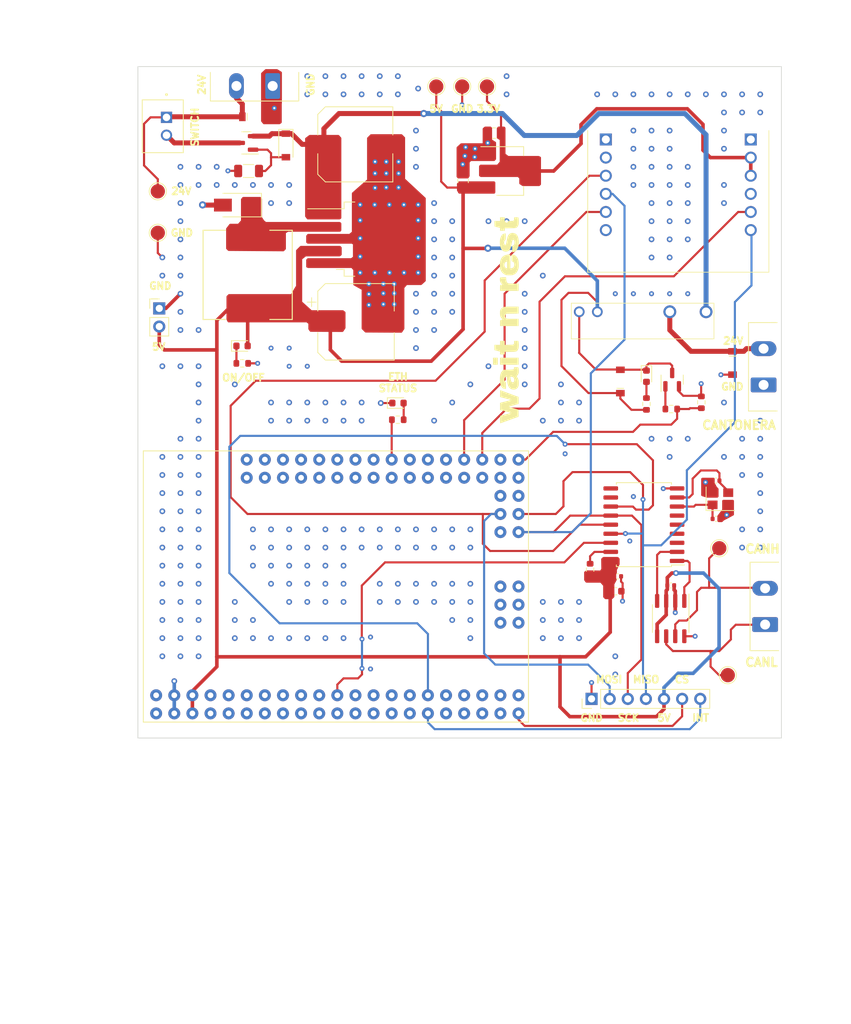
<source format=kicad_pcb>
(kicad_pcb (version 20221018) (generator pcbnew)
  (layers (0 "F.Cu" signal) (1 "In1.Cu" power) (2 "In2.Cu" power) (31 "B.Cu" signal) (34 "B.Paste" user) (35 "F.Paste" user) (36 "B.SilkS" user "B.Silkscreen") (37 "F.SilkS" user "F.Silkscreen") (38 "B.Mask" user) (39 "F.Mask" user) (44 "Edge.Cuts" user))
  (net 0 "")
  (net 1 "+24V")
  (net 2 "GND")
  (net 3 "+5V")
  (net 4 "+3V3")
  (net 5 "/CAN/OSC1")
  (net 6 "/CAN/OSC2")
  (net 7 "/POWER/V_INPUT")
  (net 8 "/POWER/V_INDUCTOR")
  (net 9 "Net-(D101-A)")
  (net 10 "Net-(D103-K)")
  (net 11 "Net-(D200-A)")
  (net 12 "SPI_MOSI")
  (net 13 "SPI_SCK")
  (net 14 "ETH_CS")
  (net 15 "Net-(D203-A)")
  (net 17 "ETH_RST")
  (net 18 "SPI_MISO")
  (net 20 "INT_EXT")
  (net 21 "CS_EXT")
  (net 22 "Net-(J101-Pin_2)")
  (net 23 "Net-(Q200-B)")
  (net 24 "LED_INT")
  (net 25 "/MCU/PRINCIPAL_DOOR")
  (net 26 "Net-(U300-~{RESET})")
  (net 41 "INT_CAN")
  (net 42 "CS_CAN")
  (net 91 "/CAN/TX")
  (net 92 "/CAN/RX")
  (net 99 "/MCU/RELAY_24V")
  (net 100 "/MCU/COIL_1")
  (net 101 "/CAN/CANL")
  (net 102 "/CAN/CANH")
  (footprint "Connector_PinHeader_2.54mm:PinHeader_1x07_P2.54mm_Vertical" (layer "F.Cu") (at 192.2526 117.729 90)
    (fp_text reference "J300" hide)
    (fp_text value "MCP_EXTERNAL")
  )
  (footprint "Connector_Phoenix_MSTB:PhoenixContact_MSTBA_2,5_2-G-5,08_1x02_P5.08mm_Horizontal" (layer "F.Cu") (at 216.3704 73.7362 90)
    (fp_text reference "J200" hide)
    (fp_text value "DOOR_OUTPUT")
  )
  (footprint "Resistor_SMD:R_0603_1608Metric" (layer "F.Cu") (at 165.0878 78.613)
    (fp_text reference "R200" hide)
    (fp_text value "1k")
  )
  (footprint "Diode_SMD:D_SMA" (layer "F.Cu") (at 142.5702 48.5394 180)
    (fp_text reference "D102" hide)
    (fp_text value "ss34")
  )
  (footprint "Connector_Phoenix_MSTB:PhoenixContact_MSTBA_2,5_2-G-5,08_1x02_P5.08mm_Horizontal" (layer "F.Cu") (at 147.5486 31.8516 180)
    (fp_text reference "J100" hide)
    (fp_text value "VCC INPUT")
  )
  (footprint "HF49FD_005-1H11F:HF49FD0051H11F" (layer "F.Cu") (at 199.4154 64.4398 180)
    (fp_text reference "K200" hide)
    (fp_text value "HF49FD/005-1H12T" hide)
  )
  (footprint "Package_SO:SOIC-18W_7.5x11.6mm_P1.27mm" (layer "F.Cu") (at 199.5932 93.3196 180)
    (fp_text reference "U300" hide)
    (fp_text value "MCP2515-xSO")
  )
  (footprint "Capacitor_SMD:C_Elec_10x10.2" (layer "F.Cu") (at 159.131 40.0304)
    (fp_text reference "C100" hide)
    (fp_text value "330u")
  )
  (footprint "B2B-XH-A:JST_B2B-XH-A_LF__SN_" (layer "F.Cu") (at 132.1392 37.4958 90)
    (fp_text reference "J101" hide)
    (fp_text value "SWITCH ON/OFF")
  )
  (footprint "MEGA-PRO:MODULE_MEGA_PRO_EMBED_CH340G___ATMEGA2560" (layer "F.Cu") (at 156.4132 101.981)
    (fp_text reference "U200" hide)
    (fp_text value "MEGA_PRO_EMBED_CH340G_{slash}_ATMEGA2560")
  )
  (footprint "Crystal:Crystal_SMD_3225-4Pin_3.2x2.5mm" (layer "F.Cu") (at 210.312 89.6874)
    (fp_text reference "Y300" hide)
    (fp_text value "8MHz")
  )
  (footprint "Jose_:SOD_123FL" (layer "F.Cu") (at 212.0138 70.6628 -90)
    (fp_text reference "D201" hide)
    (fp_text value "SMF24A-TP")
  )
  (footprint "Capacitor_SMD:C_0402_1005Metric" (layer "F.Cu") (at 203.3524 101.8286)
    (fp_text reference "C304" hide)
    (fp_text value "100n")
  )
  (footprint "TestPoint:TestPoint_Pad_D2.0mm" (layer "F.Cu") (at 131.445 46.609)
    (fp_text reference "TP100" hide)
    (fp_text value "TestPoint")
  )
  (footprint "TestPoint:TestPoint_Pad_D2.0mm" (layer "F.Cu") (at 131.445 52.4256)
    (fp_text reference "TP104" hide)
    (fp_text value "TestPoint")
  )
  (footprint "LED_SMD:LED_0603_1608Metric" (layer "F.Cu") (at 199.9488 72.517 -90)
    (fp_text reference "D203" hide)
    (fp_text value "LED_DOOR")
  )
  (footprint "Jose_:SOD_123FL" (layer "F.Cu") (at 144.9324 36.1696)
    (fp_text reference "D100" hide)
    (fp_text value "SMF24A-TP")
  )
  (footprint "LOGO" (layer "F.Cu") (at 180.3146 64.6684 90)
    (fp_text reference "G***" hide)
    (fp_text value "LOGO" hide)
  )
  (footprint "Capacitor_SMD:CP_Elec_10x10.5" (layer "F.Cu") (at 159.2326 64.897)
    (fp_text reference "C101" hide)
    (fp_text value "220u")
  )
  (footprint "TestPoint:TestPoint_Pad_D2.0mm" (layer "F.Cu") (at 210.1596 96.6216)
    (fp_text reference "TP300" hide)
    (fp_text value "TestPoint")
  )
  (footprint "Package_TO_SOT_SMD:TO-263-5_TabPin3" (layer "F.Cu") (at 160.5178 53.3082)
    (fp_text reference "U100" hide)
    (fp_text value "LM2596S-5")
  )
  (footprint "Resistor_SMD:R_0603_1608Metric" (layer "F.Cu") (at 199.9488 76.4032 -90)
    (fp_text reference "R201" hide)
    (fp_text value "1k")
  )
  (footprint "Jose_:SMD_12.3X12.3mm" (layer "F.Cu") (at 144.0434 58.3184 -90)
    (fp_text reference "L100" hide)
    (fp_text value "68u" hide)
  )
  (footprint "MountingHole:MountingHole_3.2mm_M3" (layer "F.Cu") (at 132.842 75.692)
    (fp_text reference "H3" hide)
    (fp_text value "MountingHole")
  )
  (footprint "Package_TO_SOT_SMD:SOT-23" (layer "F.Cu") (at 143.8656 39.8272 180)
    (fp_text reference "Q100" hide)
    (fp_text value "WST4045")
  )
  (footprint "Resistor_SMD:R_0603_1608Metric" (layer "F.Cu") (at 192.0494 99.6188 90)
    (fp_text reference "R300" hide)
    (fp_text value "10K")
  )
  (footprint "Package_TO_SOT_SMD:SOT-23" (layer "F.Cu") (at 203.5556 72.9996 90)
    (fp_text reference "Q200" hide)
    (fp_text value "MMBT3904")
  )
  (footprint "Capacitor_SMD:C_0805_2012Metric" (layer "F.Cu") (at 174.244 45.1358 90)
    (fp_text reference "C102" hide)
    (fp_text value "10u")
  )
  (footprint "Connector_Phoenix_MSTB:PhoenixContact_MSTBA_2,5_2-G-5,08_1x02_P5.08mm_Horizontal" (layer "F.Cu") (at 216.5858 107.315 90)
    (fp_text reference "J301" hide)
    (fp_text value "CAN_INPUT")
  )
  (footprint "Resistor_SMD:R_0603_1608Metric" (layer "F.Cu") (at 143.2814 70.7136 180)
    (fp_text reference "R101" hide)
    (fp_text value "1k")
  )
  (footprint "Resistor_SMD:R_0603_1608Metric" (layer "F.Cu") (at 207.645 76.1746 -90)
    (fp_text reference "R203" hide)
    (fp_text value "10K")
  )
  (footprint "WIZ850:WIZ850IO" (layer "F.Cu") (at 204.1144 44.0944)
    (fp_text reference "H200" hide)
    (fp_text value "WIZ850IO")
  )
  (footprint "TestPoint:TestPoint_Pad_D2.0mm" (layer "F.Cu") (at 174.117 31.9278)
    (fp_text reference "TP103" hide)
    (fp_text value "TestPoint")
  )
  (footprint "Package_SO:SOIC-8_3.9x4.9mm_P1.27mm" (layer "F.Cu") (at 203.3524 106.4768 -90)
    (fp_text reference "U301" hide)
    (fp_text value "TJA1051T-3")
  )
  (footprint "Package_TO_SOT_SMD:SOT-223-3_TabPin2" (layer "F.Cu") (at 180.8226 43.7642)
    (fp_text reference "U101" hide)
    (fp_text value "AMS1117-3.3")
  )
  (footprint "Jose_:SOD_123FL" (layer "F.Cu") (at 196.2912 73.2536 90)
    (fp_text reference "D202" hide)
    (fp_text value "SM4007PL")
  )
  (footprint "MountingHole:MountingHole_3.2mm_M3" (layer "F.Cu") (at 185.3692 33.4772)
    (fp_text reference "H2" hide)
    (fp_text value "MountingHole")
  )
  (footprint "TestPoint:TestPoint_Pad_D2.0mm" (layer "F.Cu") (at 211.3534 114.4016)
    (fp_text reference "TP301" hide)
    (fp_text value "TestPoint")
  )
  (footprint "LED_SMD:LED_0603_1608Metric" (layer "F.Cu") (at 165.1132 76.2762)
    (fp_text reference "D200" hide)
    (fp_text value "LED")
  )
  (footprint "TestPoint:TestPoint_Pad_D2.0mm" (layer "F.Cu") (at 177.5968 31.9278)
    (fp_text reference "TP102" hide)
    (fp_text value "TestPoint")
  )
  (footprint "Capacitor_SMD:C_0402_1005Metric" (layer "F.Cu") (at 195.9128 100.5586)
    (fp_text reference "C301" hide)
    (fp_text value "100n")
  )
  (footprint "Diode_SMD:D_SOD-123" (layer "F.Cu") (at 149.4028 40.1828 -90)
    (fp_text reference "D101" hide)
    (fp_text value "MMSZ4697T1G")
  )
  (footprint "Resistor_SMD:R_1206_3216Metric" (layer "F.Cu") (at 144.1704 43.7642 180)
    (fp_text reference "R100" hide)
    (fp_text value "100K")
  )
  (footprint "Capacitor_SMD:C_0402_1005Metric" (layer "F.Cu") (at 209.7024 92.5068)
    (fp_text reference "C302" hide)
    (fp_text value "10p")
  )
  (footprint "Capacitor_SMD:C_0805_2012Metric" (layer "F.Cu") (at 178.6128 38.4556 180)
    (fp_text reference "C103" hide)
    (fp_text value "10u")
  )
  (footprint "Capacitor_SMD:C_0603_1608Metric" (layer "F.Cu") (at 195.6562 102.6414)
    (fp_text reference "C300" hide)
    (fp_text value "10uF/16V")
  )
  (footprint "Capacitor_SMD:C_0402_1005Metric" (layer "F.Cu") (at 209.7024 87.1474 180)
    (fp_text reference "C303" hide)
    (fp_text value "10p")
  )
  (footprint "TestPoint:TestPoint_Pad_D2.0mm" (layer "F.Cu") (at 170.4848 31.9278)
    (fp_text reference "TP101" hide)
    (fp_text value "TestPoint")
  )
  (footprint "LED_SMD:LED_0603_1608Metric" (layer "F.Cu") (at 143.256 68.2752)
    (fp_text reference "D103" hide)
    (fp_text value "GREEN")
  )
  (footprint "Resistor_SMD:R_0603_1608Metric" (layer "F.Cu") (at 203.4286 77.1144 180)
    (fp_text reference "R202" hide)
    (fp_text value "1K")
  )
  (footprint "MountingHole:MountingHole_3.2mm_M3" (layer "F.Cu") (at 215.0364 119.3546)
    (fp_text reference "H4" hide)
    (fp_text value "MountingHole")
  )
  (footprint "Connector_PinHeader_2.54mm:PinHeader_1x02_P2.54mm_Vertical" (layer "F.Cu") (at 131.6482 63.0174)
    (fp_text reference "J103" hide)
    (fp_text value "FAN VOLTAGE")
  )
  (gr_rect (start 128.651 29.1338) (end 218.8718 123.2154) (stroke (width 0.1)) (fill none) (layer "Edge.Cuts"))
  (gr_text "SCK" (at 197.4342 120.396) (layer "F.SilkS") (effects (font (size 1 1) (thickness 0.25))))
  (gr_text "MISO" (at 199.898 115.0112) (layer "F.SilkS") (effects (font (size 1 1) (thickness 0.25))))
  (gr_text "GND" (at 131.8006 59.8678) (layer "F.SilkS") (effects (font (size 1 1) (thickness 0.25))))
  (gr_text "GND" (at 152.8572 31.6738 90) (layer "F.SilkS") (effects (font (size 1 1) (thickness 0.25))))
  (gr_text "GND" (at 192.2526 120.396) (layer "F.SilkS") (effects (font (size 1 1) (thickness 0.25))))
  (gr_text "GND" (at 211.9884 73.9902) (layer "F.SilkS") (effects (font (size 1 1) (thickness 0.25))))
  (gr_text "CANL" (at 216.0778 112.5982) (layer "F.SilkS") (effects (font (size 1.2 1.2) (thickness 0.3))))
  (gr_text "GND" (at 134.8232 52.4256) (layer "F.SilkS") (effects (font (size 1 1) (thickness 0.25))))
  (gr_text "5V" (at 202.4126 120.396) (layer "F.SilkS") (effects (font (size 1 1) (thickness 0.25))))
  (gr_text "3.3V" (at 177.8 35.052) (layer "F.SilkS") (effects (font (size 1 1) (thickness 0.25))))
  (gr_text "5V\n" (at 170.4594 35.052) (layer "F.SilkS") (effects (font (size 1 1) (thickness 0.25))))
  (gr_text "5V" (at 131.572 68.4022) (layer "F.SilkS") (effects (font (size 1 1) (thickness 0.25))))
  (gr_text "SWITCH\n" (at 136.652 37.6174 90) (layer "F.SilkS") (effects (font (size 1 1) (thickness 0.25))))
  (gr_text "ETH\nSTATUS" (at 165.1132 73.406) (layer "F.SilkS") (effects (font (size 1 1) (thickness 0.25))))
  (gr_text "24V" (at 212.1154 67.564) (layer "F.SilkS") (effects (font (size 1 1) (thickness 0.25))))
  (gr_text "GND" (at 174.117 35.052) (layer "F.SilkS") (effects (font (size 1 1) (thickness 0.25))))
  (gr_text "CANH" (at 216.220657 96.7232) (layer "F.SilkS") (effects (font (size 1.2 1.2) (thickness 0.3))))
  (gr_text "24V" (at 134.747 46.5836) (layer "F.SilkS") (effects (font (size 1 1) (thickness 0.25))))
  (gr_text "ON/OFF" (at 143.4592 72.7202) (layer "F.SilkS") (effects (font (size 1 1) (thickness 0.25))))
  (gr_text "CANTONERA" (at 212.9282 79.375) (layer "F.SilkS") (effects (font (size 1.2 1.2) (thickness 0.3))))
  (gr_text "CS" (at 204.9272 115.0112) (layer "F.SilkS") (effects (font (size 1 1) (thickness 0.25))))
  (gr_text "MOSI" (at 194.7164 115.0112) (layer "F.SilkS") (effects (font (size 1 1) (thickness 0.25))))
  (gr_text "INT" (at 207.5434 120.396) (layer "F.SilkS") (effects (font (size 1 1) (thickness 0.25))))
  (gr_text "24V\n" (at 137.6172 31.6738 90) (layer "F.SilkS") (effects (font (size 1 1) (thickness 0.25))))
  (segment (start 154.731 40.0304) (end 154.731 37.8264) (width 0.7) (layer "F.Cu") (net 1))
  (segment (start 149.4028 38.5328) (end 150.1912 38.5328) (width 0.7) (layer "F.Cu") (net 1))
  (segment (start 156.845 35.7124) (end 168.7322 35.7124) (width 0.7) (layer "F.Cu") (net 1))
  (segment (start 144.8031 38.8772) (end 147.1016 38.8772) (width 0.7) (layer "F.Cu") (net 1))
  (segment (start 147.1016 38.8772) (end 147.446 38.5328) (width 0.7) (layer "F.Cu") (net 1))
  (segment (start 150.1912 38.5328) (end 151.6888 40.0304) (width 0.7) (layer "F.Cu") (net 1))
  (segment (start 147.446 38.5328) (end 149.4028 38.5328) (width 0.7) (layer "F.Cu") (net 1))
  (segment (start 154.731 37.8264) (end 156.845 35.7124) (width 0.7) (layer "F.Cu") (net 1))
  (segment (start 151.6888 40.0304) (end 154.731 40.0304) (width 0.7) (layer "F.Cu") (net 1))
  (via (at 168.7322 35.7124) (size 1) (drill 0.5) (layers "F.Cu" "B.Cu") (net 1))
  (segment (start 208.3054 38.6842) (end 208.3054 63.4898) (width 0.7) (layer "B.Cu") (net 1))
  (segment (start 182.8292 38.7858) (end 190.1952 38.7858) (width 0.7) (layer "B.Cu") (net 1))
  (segment (start 205.3336 35.7124) (end 208.3054 38.6842) (width 0.7) (layer "B.Cu") (net 1))
  (segment (start 193.2686 35.7124) (end 205.3336 35.7124) (width 0.7) (layer "B.Cu") (net 1))
  (segment (start 168.7322 35.7124) (end 179.7558 35.7124) (width 0.7) (layer "B.Cu") (net 1))
  (segment (start 190.1952 38.7858) (end 193.2686 35.7124) (width 0.7) (layer "B.Cu") (net 1))
  (segment (start 179.7558 35.7124) (end 182.8292 38.7858) (width 0.7) (layer "B.Cu") (net 1))
  (segment (start 141.2748 43.7388) (end 142.6825 43.7388) (width 0.3) (layer "F.Cu") (net 2))
  (segment (start 207.6196 73.5584) (end 207.6196 75.2367) (width 0.29337) (layer "F.Cu") (net 2))
  (segment (start 204.5056 74.6608) (end 205.1069 75.2621) (width 0.29337) (layer "F.Cu") (net 2))
  (segment (start 132.5626 63.0174) (end 134.62 60.96) (width 0.5) (layer "F.Cu") (net 2))
  (segment (start 131.445 52.4256) (end 131.445 55.245) (width 0.3) (layer "F.Cu") (net 2))
  (segment (start 196.3928 100.5586) (end 196.3928 101.2952) (width 0.29337) (layer "F.Cu") (net 2))
  (segment (start 204.2432 88.2396) (end 202.3364 88.2396) (width 0.29337) (layer "F.Cu") (net 2))
  (segment (start 207.6196 75.2367) (end 207.645 75.2621) (width 0.29337) (layer "F.Cu") (net 2))
  (segment (start 205.1069 75.2621) (end 207.645 75.2621) (width 0.29337) (layer "F.Cu") (net 2))
  (segment (start 196.6062 104.0282) (end 196.596 104.0384) (width 0.29337) (layer "F.Cu") (net 2))
  (segment (start 196.6062 102.6414) (end 196.6062 104.0282) (width 0.29337) (layer "F.Cu") (net 2))
  (segment (start 203.9874 102.616) (end 203.9874 104.0018) (width 0.5) (layer "F.Cu") (net 2))
  (segment (start 202.3364 88.2396) (end 202.311 88.265) (width 0.29337) (layer "F.Cu") (net 2))
  (segment (start 137.7442 48.5394) (end 137.7188 48.514) (width 0.7) (layer "F.Cu") (net 2))
  (segment (start 145.4404 70.7136) (end 144.1064 70.7136) (width 0.3) (layer "F.Cu") (net 2))
  (segment (start 174.117 34.4678) (end 174.0916 34.4932) (width 0.3) (layer "F.Cu") (net 2))
  (segment (start 206.7702 108.9518) (end 205.2574 108.9518) (width 0.3) (layer "F.Cu") (net 2))
  (segment (start 210.4042 72.2978) (end 210.3882 72.3138) (width 0.29337) (layer "F.Cu") (net 2))
  (segment (start 174.117 31.9278) (end 174.117 34.4678) (width 0.3) (layer "F.Cu") (net 2))
  (segment (start 140.5702 48.5394) (end 137.7442 48.5394) (width 0.7) (layer "F.Cu") (net 2))
  (segment (start 142.6825 43.7388) (end 142.7079 43.7642) (width 0.3) (layer "F.Cu") (net 2))
  (segment (start 204.5056 73.9371) (end 204.5056 74.6608) (width 0.29337) (layer "F.Cu") (net 2))
  (segment (start 203.8324 101.8286) (end 203.8324 102.461) (width 0.5) (layer "F.Cu") (net 2))
  (segment (start 196.6062 101.5086) (end 196.6062 102.6414) (width 0.29337) (layer "F.Cu") (net 2))
  (segment (start 164.3257 76.2762) (end 162.7002 76.2762) (width 0.29337) (layer "F.Cu") (net 2))
  (segment (start 212.0138 72.2978) (end 210.4042 72.2978) (width 0.29337) (layer "F.Cu") (net 2))
  (segment (start 131.6482 63.0174) (end 132.5626 63.0174) (width 0.5) (layer "F.Cu") (net 2))
  (segment (start 203.8324 102.461) (end 203.9874 102.616) (width 0.5) (layer "F.Cu") (net 2))
  (segment (start 192.2526 115.443) (end 192.2526 117.729) (width 0.29337) (layer "F.Cu") (net 2))
  (segment (start 196.3928 101.2952) (end 196.6062 101.5086) (width 0.29337) (layer "F.Cu") (net 2))
  (segment (start 131.445 55.245) (end 132.08 55.88) (width 0.3) (layer "F.Cu") (net 2))
  (segment (start 203.9874 104.0018) (end 203.9874 105.6386) (width 0.5) (layer "F.Cu") (net 2))
  (via (at 132.08 83.82) (size 0.8) (drill 0.4) (layers "F.Cu" "B.Cu") (net 2))
  (via (at 215.9 91.44) (size 0.8) (drill 0.4) (layers "F.Cu" "B.Cu") (net 2))
  (via (at 200.66 40.64) (size 0.8) (drill 0.4) (layers "F.Cu" "B.Cu") (net 2))
  (via (at 182.88 68.58) (size 0.8) (drill 0.4) (layers "F.Cu" "B.Cu") (net 2))
  (via (at 149.86 93.98) (size 0.8) (drill 0.4) (layers "F.Cu" "B.Cu") (net 2))
  (via (at 134.62 55.88) (size 0.8) (drill 0.4) (layers "F.Cu" "B.Cu") (net 2))
  (via (at 137.16 66.04) (size 0.8) (drill 0.4) (layers "F.Cu" "B.Cu") (net 2))
  (via (at 157.48 93.98) (size 0.8) (drill 0.4) (layers "F.Cu" "B.Cu") (net 2))
  (via (at 160.02 78.74) (size 0.8) (drill 0.4) (layers "F.Cu" "B.Cu") (net 2))
  (via (at 196.596 104.0384) (size 0.7) (drill 0.3) (layers "F.Cu" "B.Cu") (net 2))
  (via (at 213.36 96.52) (size 0.8) (drill 0.4) (layers "F.Cu" "B.Cu") (net 2))
  (via (at 157.48 78.74) (size 0.8) (drill 0.4) (layers "F.Cu" "B.Cu") (net 2))
  (via (at 167.64 40.64) (size 0.8) (drill 0.4) (layers "F.Cu" "B.Cu") (net 2))
  (via (at 200.66 60.96) (size 0.7) (drill 0.3) (layers "F.Cu" "B.Cu") (net 2))
  (via (at 147.32 109.22) (size 0.8) (drill 0.4) (layers "F.Cu" "B.Cu") (net 2))
  (via (at 147.32 99.06) (size 0.8) (drill 0.4) (layers "F.Cu" "B.Cu") (net 2))
  (via (at 203.2 83.82) (size 0.8) (drill 0.4) (layers "F.Cu" "B.Cu") (net 2))
  (via (at 154.94 96.52) (size 0.8) (drill 0.4) (layers "F.Cu" "B.Cu") (net 2))
  (via (at 182.88 73.66) (size 0.8) (drill 0.4) (layers "F.Cu" "B.Cu") (net 2))
  (via (at 215.9 93.98) (size 0.8) (drill 0.4) (layers "F.Cu" "B.Cu") (net 2))
  (via (at 137.16 111.76) (size 0.8) (drill 0.4) (layers "F.Cu" "B.Cu") (net 2))
  (via (at 162.56 104.14) (size 0.8) (drill 0.4) (layers "F.Cu" "B.Cu") (net 2))
  (via (at 163.068 60.9092) (size 0.7) (drill 0.3) (layers "F.Cu" "B.Cu") (net 2))
  (via (at 213.36 93.98) (size 0.8) (drill 0.4) (layers "F.Cu" "B.Cu") (net 2))
  (via (at 200.66 50.8) (size 0.8) (drill 0.4) (layers "F.Cu" "B.Cu") (net 2))
  (via (at 170.18 101.6) (size 0.8) (drill 0.4) (layers "F.Cu" "B.Cu") (net 2))
  (via (at 215.9 83.82) (size 0.8) (drill 0.4) (layers "F.Cu" "B.Cu") (net 2))
  (via (at 167.64 43.18) (size 0.8) (drill 0.4) (layers "F.Cu" "B.Cu") (net 2))
  (via (at 157.48 99.06) (size 0.8) (drill 0.4) (layers "F.Cu" "B.Cu") (net 2))
  (via (at 187.96 76.2) (size 0.8) (drill 0.4) (layers "F.Cu" "B.Cu") (net 2))
  (via (at 147.32 45.72) (size 0.8) (drill 0.4) (layers "F.Cu" "B.Cu") (net 2))
  (via (at 162.56 33.02) (size 0.8) (drill 0.4) (layers "F.Cu" "B.Cu") (net 2))
  (via (at 132.08 93.98) (size 0.8) (drill 0.4) (layers "F.Cu" "B.Cu") (net 2))
  (via (at 170.18 78.74) (size 0.8) (drill 0.4) (layers "F.Cu" "B.Cu") (net 2))
  (via (at 210.82 33.02) (size 0.8) (drill 0.4) (layers "F.Cu" "B.Cu") (net 2))
  (via (at 147.32 48.26) (size 0.8) (drill 0.4) (layers "F.Cu" "B.Cu") (net 2))
  (via (at 132.08 106.68) (size 0.8) (drill 0.4) (layers "F.Cu" "B.Cu") (net 2))
  (via (at 132.08 91.44) (size 0.8) (drill 0.4) (layers "F.Cu" "B.Cu") (net 2))
  (via (at 203.9874 105.6386) (size 0.7) (drill 0.3) (layers "F.Cu" "B.Cu") (net 2))
  (via (at 172.72 53.34) (size 0.8) (drill 0.4) (layers "F.Cu" "B.Cu") (net 2))
  (via (at 154.94 30.48) (size 0.8) (drill 0.4) (layers "F.Cu" "B.Cu") (net 2))
  (via (at 170.18 48.26) (size 0.8) (drill 0.4) (layers "F.Cu" "B.Cu") (net 2))
  (via (at 159.8168 55.753) (size 0.7) (drill 0.3) (layers "F.Cu" "B.Cu") (net 2))
  (via (at 161.036 61.0108) (size 0.7) (drill 0.3) (layers "F.Cu" "B.Cu") (net 2))
  (via (at 134.62 104.14) (size 0.8) (drill 0.4) (layers "F.Cu" "B.Cu") (net 2))
  (via (at 157.48 101.6) (size 0.8) (drill 0.4) (layers "F.Cu" "B.Cu") (net 2))
  (via (at 154.94 109.22) (size 0.8) (drill 0.4) (layers "F.Cu" "B.Cu") (net 2))
  (via (at 203.2 60.96) (size 0.7) (drill 0.3) (layers "F.Cu" "B.Cu") (net 2))
  (via (at 200.66 45.72) (size 0.8) (drill 0.4) (layers "F.Cu" "B.Cu") (net 2))
  (via (at 162.56 101.6) (size 0.8) (drill 0.4) (layers "F.Cu" "B.Cu") (net 2))
  (via (at 144.78 93.98) (size 0.8) (drill 0.4) (layers "F.Cu" "B.Cu") (net 2))
  (via (at 187.96 104.14) (size 0.8) (drill 0.4) (layers "F.Cu" "B.Cu") (net 2))
  (via (at 172.72 101.6) (size 0.8) (drill 0.4) (layers "F.Cu" "B.Cu") (net 2))
  (via (at 170.18 53.34) (size 0.8) (drill 0.4) (layers "F.Cu" "B.Cu") (net 2))
  (via (at 174.5996 40.4368) (size 0.7) (drill 0.3) (layers "F.Cu" "B.Cu") (net 2))
  (via (at 167.64 93.98) (size 0.8) (drill 0.4) (layers "F.Cu" "B.Cu") (net 2))
  (via (at 161.8996 44.0944) (size 0.7) (drill 0.3) (layers "F.Cu" "B.Cu") (net 2))
  (via (at 182.88 66.04) (size 0.8) (drill 0.4) (layers "F.Cu" "B.Cu") (net 2))
  (via (at 157.48 104.14) (size 0.8) (drill 0.4) (layers "F.Cu" "B.Cu") (net 2))
  (via (at 134.62 45.72) (size 0.8) (drill 0.4) (layers "F.Cu" "B.Cu") (net 2))
  (via (at 165.1 30.48) (size 0.8) (drill 0.4) (layers "F.Cu" "B.Cu") (net 2))
  (via (at 134.62 86.36) (size 0.8) (drill 0.4) (layers "F.Cu" "B.Cu") (net 2))
  (via (at 190.5 104.14) (size 0.8) (drill 0.4) (layers "F.Cu" "B.Cu") (net 2))
  (via (at 157.48 109.22) (size 0.8) (drill 0.4) (layers "F.Cu" "B.Cu") (net 2))
  (via (at 165.9382 48.4886) (size 0.7) (drill 0.3) (layers "F.Cu" "B.Cu") (net 2))
  (via (at 190.5 76.2) (size 0.8) (drill 0.4) (layers "F.Cu" "B.Cu") (net 2))
  (via (at 192.2526 115.443) (size 0.7) (drill 0.3) (layers "F.Cu" "B.Cu") (net 2))
  (via (at 182.88 60.96) (size 0.8) (drill 0.4) (layers "F.Cu" "B.Cu") (net 2))
  (via (at 139.7 45.72) (size 0.8) (drill 0.4) (layers "F.Cu" "B.Cu") (net 2))
  (via (at 161.8742 58.0136) (size 0.7) (drill 0.3) (layers "F.Cu" "B.Cu") (net 2))
  (via (at 203.2 81.28) (size 0.8) (drill 0.4) (layers "F.Cu" "B.Cu") (net 2))
  (via (at 205.74 60.96) (size 0.7) (drill 0.3) (layers "F.Cu" "B.Cu") (net 2))
  (via (at 167.64 68.58) (size 0.8) (drill 0.4) (layers "F.Cu" "B.Cu") (net 2))
  (via (at 174.0916 34.4932) (size 0.7) (drill 0.3) (layers "F.Cu" "B.Cu") (net 2))
  (via (at 175.26 93.98) (size 0.8) (drill 0.4) (layers "F.Cu" "B.Cu") (net 2))
  (via (at 203.2 45.72) (size 0.8) (drill 0.4) (layers "F.Cu" "B.Cu") (net 2))
  (via (at 167.64 101.6) (size 0.8) (drill 0.4) (layers "F.Cu" "B.Cu") (net 2))
  (via (at 132.08 96.52) (size 0.8) (drill 0.4) (layers "F.Cu" "B.Cu") (net 2))
  (via (at 141.2748 43.7388) (size 0.7) (drill 0.3) (layers "F.Cu" "B.Cu") (net 2))
  (via (at 205.74 53.34) (size 0.8) (drill 0.4) (layers "F.Cu" "B.Cu") (net 2))
  (via (at 210.82 45.72) (size 0.8) (drill 0.4) (layers "F.Cu" "B.Cu") (net 2))
  (via (at 187.96 109.22) (size 0.8) (drill 0.4) (layers "F.Cu" "B.Cu") (net 2))
  (via (at 134.62 60.96) (size 0.8) (drill 0.4) (layers "F.Cu" "B.Cu") (net 2))
  (via (at 213.36 81.28) (size 0.8) (drill 0.4) (layers "F.Cu" "B.Cu") (net 2))
  (via (at 200.66 48.26) (size 0.8) (drill 0.4) (layers "F.Cu" "B.Cu") (net 2))
  (via (at 144.78 106.68) (size 0.8) (drill 0.4) (layers "F.Cu" "B.Cu") (net 2))
  (via (at 193.04 33.02) (size 0.8) (drill 0.4) (layers "F.Cu" "B.Cu") (net 2))
  (via (at 149.86 101.6) (size 0.8) (drill 0.4) (layers "F.Cu" "B.Cu") (net 2))
  (via (at 182.88 71.12) (size 0.8) (drill 0.4) (layers "F.Cu" "B.Cu") (net 2))
  (via (at 170.18 63.5) (size 0.8) (drill 0.4) (layers "F.Cu" "B.Cu") (net 2))
  (via (at 132.08 71.12) (size 0.8) (drill 0.4) (layers "F.Cu" "B.Cu") (net 2))
  (via (at 164.592 62.4332) (size 0.7) (drill 0.3) (layers "F.Cu" "B.Cu") (net 2))
  (via (at 132.08 101.6) (size 0.8) (drill 0.4) (layers "F.Cu" "B.Cu") (net 2))
  (via (at 152.4 30.48) (size 0.8) (drill 0.4) (layers "F.Cu" "B.Cu") (net 2))
  (via (at 162.56 93.98) (size 0.8) (drill 0.4) (layers "F.Cu" "B.Cu") (net 2))
  (via (at 174.498 41.656) (size 0.7) (drill 0.3) (layers "F.Cu" "B.Cu") (net 2))
  (via (at 149.86 99.06) (size 0.8) (drill 0.4) (layers "F.Cu" "B.Cu") (net 2))
  (via (at 167.9448 32.2072) (size 0.8) (drill 0.4) (layers "F.Cu" "B.Cu") (net 2))
  (via (at 160.02 33.02) (size 0.8) (drill 0.4) (layers "F.Cu" "B.Cu") (net 2))
  (via (at 200.66 55.88) (size 0.8) (drill 0.4) (layers "F.Cu" "B.Cu") (net 2))
  (via (at 207.6196 73.5584) (size 0.7) (drill 0.3) (layers "F.Cu" "B.Cu") (net 2))
  (via (at 211.201 91.948) (size 0.7) (drill 0.3) (layers "F.Cu" "B.Cu") (net 2))
  (via (at 164.592 59.5884) (size 0.7) (drill 0.3) (layers "F.Cu" "B.Cu") (net 2))
  (via (at 159.8168 58.0136) (size 0.7) (drill 0.3) (layers "F.Cu" "B.Cu") (net 2))
  (via (at 167.9448 53.1876) (size 0.7) (drill 0.3) (layers "F.Cu" "B.Cu") (net 2))
  (via (at 137.16 81.28) (size 0.8) (drill 0.4) (layers "F.Cu" "B.Cu") (net 2))
  (via (at 147.32 78.74) (size 0.8) (drill 0.4) (layers "F.Cu" "B.Cu") (net 2))
  (via (at 142.24 73.66) (size 0.8) (drill 0.4) (layers "F.Cu" "B.Cu") (net 2))
  (via (at 147.32 68.58) (size 0.7) (drill 0.3) (layers "F.Cu" "B.Cu") (net 2))
  (via (at 142.24 45.72) (size 0.8) (drill 0.4) (layers "F.Cu" "B.Cu") (net 2))
  (via (at 154.94 99.06) (size 0.8) (drill 0.4) (layers "F.Cu" "B.Cu") (net 2))
  (via (at 198.12 43.18) (size 0.8) (drill 0.4) (layers "F.Cu" "B.Cu") (net 2))
  (via (at 205.74 33.02) (size 0.8) (drill 0.4) (layers "F.Cu" "B.Cu") (net 2))
  (via (at 167.64 104.14) (size 0.8) (drill 0.4) (layers "F.Cu" "B.Cu") (net 2))
  (via (at 213.36 86.36) (size 0.8) (drill 0.4) (layers "F.Cu" "B.Cu") (net 2))
  (via (at 172.72 55.88) (size 0.8) (drill 0.4) (layers "F.Cu" "B.Cu") (net 2))
  (via (at 134.62 83.82) (size 0.8) (drill 0.4) (layers "F.Cu" "B.Cu") (net 2))
  (via (at 134.62 58.42) (size 0.8) (drill 0.4) (layers "F.Cu" "B.Cu") (net 2))
  (via (at 187.96 73.66) (size 0.8) (drill 0.4) (layers "F.Cu" "B.Cu") (net 2))
  (via (at 167.64 96.52) (size 0.8) (drill 0.4) (layers "F.Cu" "B.Cu") (net 2))
  (via (at 203.2 50.8) (size 0.8) (drill 0.4) (layers "F.Cu" "B.Cu") (net 2))
  (via (at 137.16 88.9) (size 0.8) (drill 0.4) (layers "F.Cu" "B.Cu") (net 2))
  (via (at 197.612 95.6056) (size 0.7) (drill 0.3) (layers "F.Cu" "B.Cu") (net 2))
  (via (at 149.86 96.52) (size 0.8) (drill 0.4) (layers "F.Cu" "B.Cu") (net 2))
  (via (at 144.78 99.06) (size 0.8) (drill 0.4) (layers "F.Cu" "B.Cu") (net 2))
  (via (at 208.2292 87.376) (size 0.7) (drill 0.3) (layers "F.Cu" "B.Cu") (net 2))
  (via (at 175.8696 41.8084) (size 0.7) (drill 0.3) (layers "F.Cu" "B.Cu") (net 2))
  (via (at 203.2 55.88) (size 0.8) (drill 0.4) (layers "F.Cu" "B.Cu") (net 2))
  (via (at 152.4 99.06) (size 0.8) (drill 0.4) (layers "F.Cu" "B.Cu") (net 2))
  (via (at 149.86 76.2) (size 0.8) (drill 0.4) (layers "F.Cu" "B.Cu") (net 2))
  (via (at 172.72 50.8) (size 0.8) (drill 0.4) (layers "F.Cu" "B.Cu") (net 2))
  (via (at 137.16 83.82) (size 0.8) (drill 0.4) (layers "F.Cu" "B.Cu") (net 2))
  (via (at 132.08 99.06) (size 0.8) (drill 0.4) (layers "F.Cu" "B.Cu") (net 2))
  (via (at 157.48 76.2) (size 0.8) (drill 0.4) (layers "F.Cu" "B.Cu") (net 2))
  (via (at 134.62 43.18) (size 0.8) (drill 0.4) (layers "F.Cu" "B.Cu") (net 2))
  (via (at 198.12 45.72) (size 0.8) (drill 0.4) (layers "F.Cu" "B.Cu") (net 2))
  (via (at 154.94 76.2) (size 0.8) (drill 0.4) (layers "F.Cu" "B.Cu") (net 2))
  (via (at 172.72 63.5) (size 0.8) (drill 0.4) (layers "F.Cu" "B.Cu") (net 2))
  (via (at 165.2016 42.4688) (size 0.7) (drill 0.3) (layers "F.Cu" "B.Cu") (net 2))
  (via (at 203.2 38.1) (size 0.8) (drill 0.4) (layers "F.Cu" "B.Cu") (net 2))
  (via (at 152.4 93.98) (size 0.8) (drill 0.4) (layers "F.Cu" "B.Cu") (net 2))
  (via (at 167.9448 48.4886) (size 0.7) (drill 0.3) (layers "F.Cu" "B.Cu") (net 2))
  (via (at 175.26 106.68) (size 0.8) (drill 0.4) (layers "F.Cu" "B.Cu") (net 2))
  (via (at 172.72 76.2) (size 0.8) (drill 0.4) (layers "F.Cu" "B.Cu") (net 2))
  (via (at 182.88 63.5) (size 0.8) (drill 0.4) (layers "F.Cu" "B.Cu") (net 2))
  (via (at 170.18 50.8) (size 0.8) (drill 0.4) (layers "F.Cu" "B.Cu") (net 2))
  (via (at 162.56 30.48) (size 0.8) (drill 0.4) (layers "F.Cu" "B.Cu") (net 2))
  (via (at 134.62 66.04) (size 0.8) (drill 0.4) (layers "F.Cu" "B.Cu") (net 2))
  (via (at 154.94 93.98) (size 0.8) (drill 0.4) (layers "F.Cu" "B.Cu") (net 2))
  (via (at 167.64 66.04) (size 0.8) (drill 0.4) (layers "F.Cu" "B.Cu") (net 2))
  (via (at 133.7564 115.2398) (size 0.8) (drill 0.4) (layers "F.Cu" "B.Cu") (net 2))
  (via (at 134.62 48.26) (size 0.8) (drill 0.4) (layers "F.Cu" "B.Cu") (net 2))
  (via (at 159.8168 50.673) (size 0.7) (drill 0.3) (layers "F.Cu" "B.Cu") (net 2))
  (via (at 161.8996 42.4688) (size 0.7) (drill 0.3) (layers "F.Cu" "B.Cu") (net 2))
  (via (at 163.4744 46.0756) (size 0.7) (drill 0.3) (layers "F.Cu" "B.Cu") (net 2))
  (via (at 137.16 73.66) (size 0.8) (drill 0.4) (layers "F.Cu" "B.Cu") (net 2))
  (via (at 195.58 60.96) (size 0.7) (drill 0.3) (layers "F.Cu" "B.Cu") (net 2))
  (via (at 163.9316 58.0136) (size 0.7) (drill 0.3) (layers "F.Cu" "B.Cu") (net 2))
  (via (at 137.16 76.2) (size 0.8) (drill 0.4) (layers "F.Cu" "B.Cu") (net 2))
  (via (at 147.32 96.52) (size 0.8) (drill 0.4) (layers "F.Cu" "B.Cu") (net 2))
  (via (at 134.62 53.34) (size 0.8) (drill 0.4) (layers "F.Cu" "B.Cu") (net 2))
  (via (at 134.62 91.44) (size 0.8) (drill 0.4) (layers "F.Cu" "B.Cu") (net 2))
  (via (at 152.4 76.2) (size 0.8) (drill 0.4) (layers "F.Cu" "B.Cu") (net 2))
  (via (at 154.94 78.74) (size 0.8) (drill 0.4) (layers "F.Cu" "B.Cu") (net 2))
  (via (at 200.66 33.02) (size 0.8) (drill 0.4) (layers "F.Cu" "B.Cu") (net 2))
  (via (at 137.16 93.98) (size 0.8) (drill 0.4) (layers "F.Cu" "B.Cu") (net 2))
  (via (at 152.4 96.52) (size 0.8) (drill 0.4) (layers "F.Cu" "B.Cu") (net 2))
  (via (at 137.16 109.22) (size 0.8) (drill 0.4) (layers "F.Cu" "B.Cu") (net 2))
  (via (at 154.94 104.14) (size 0.8) (drill 0.4) (layers "F.Cu" "B.Cu") (net 2))
  (via (at 165.1 33.02) (size 0.8) (drill 0.4) (layers "F.Cu" "B.Cu") (net 2))
  (via (at 175.9204 40.64) (size 0.7) (drill 0.3) (layers "F.Cu" "B.Cu") (net 2))
  (via (at 172.72 106.68) (size 0.8) (drill 0.4) (layers "F.Cu" "B.Cu") (net 2))
  (via (at 132.08 104.14) (size 0.8) (drill 0.4) (layers "F.Cu" "B.Cu") (net 2))
  (via (at 134.62 93.98) (size 0.8) (drill 0.4) (layers "F.Cu" "B.Cu") (net 2))
  (via (at 210.82 48.26) (size 0.8) (drill 0.4) (layers "F.Cu" "B.Cu") (net 2))
  (via (at 167.9448 58.0136) (size 0.7) (drill 0.3) (layers "F.Cu" "B.Cu") (net 2))
  (via (at 188.5442 83.3882) (size 0.7) (drill 0.3) (layers "F.Cu" "B.Cu") (net 2))
  (via (at 163.9062 48.4886) (size 0.7) (drill 0.3) (layers "F.Cu" "B.Cu") (net 2))
  (via (at 137.16 45.72) (size 0.8) (drill 0.4) (layers "F.Cu" "B.Cu") (net 2))
  (via (at 132.08 55.88) (size 0.8) (drill 0.4) (layers "F.Cu" "B.Cu") (net 2))
  (via (at 167.64 60.96) (size 0.8) (drill 0.4) (layers "F.Cu" "B.Cu") (net 2))
  (via (at 210.82 83.82) (size 0.8) (drill 0.4) (layers "F.Cu" "B.Cu") (net 2))
  (via (at 187.96 78.74) (size 0.8) (drill 0.4) (layers "F.Cu" "B.Cu") (net 2))
  (via (at 215.9 81.28) (size 0.8) (drill 0.4) (layers "F.Cu" "B.Cu") (net 2))
  (via (at 205.74 43.18) (size 0.8) (drill 0.4) (layers "F.Cu" "B.Cu") (net 2))
  (via (at 205.74 45.72) (size 0.8) (drill 0.4) (layers "F.Cu" "B.Cu") (net 2))
  (via (at 210.82 40.64) (size 0.8) (drill 0.4) (layers "F.Cu" "B.Cu") (net 2))
  (via (at 144.78 45.72) (size 0.8) (drill 0.4) (layers "F.Cu" "B.Cu") (net 2))
  (via (at 170.18 93.98) (size 0.8) (drill 0.4) (layers "F.Cu" "B.Cu") (net 2))
  (via (at 200.66 43.18) (size 0.8) (drill 0.4) (layers "F.Cu" "B.Cu") (net 2))
  (via (at 170.18 60.96) (size 0.8) (drill 0.4) (layers "F.Cu" "B.Cu") (net 2))
  (via (at 172.72 93.98) (size 0.8) (drill 0.4) (layers "F.Cu" "B.Cu") (net 2))
  (via (at 172.72 58.42) (size 0.8) (drill 0.4) (layers "F.Cu" "B.Cu") (net 2))
  (via (at 198.12 33.02) (size 0.8) (drill 0.4) (layers "F.Cu" "B.Cu") (net 2))
  (via (at 149.86 68.58) (size 0.7) (drill 0.3) (layers "F.Cu" "B.Cu") (net 2))
  (via (at 132.08 58.42) (size 0.8) (drill 0.4) (layers "F.Cu" "B.Cu") (net 2))
  (via (at 134.62 109.22) (size 0.8) (drill 0.4) (layers "F.Cu" "B.Cu") (net 2))
  (via (at 195.58 114.3) (size 0.8) (drill 0.4) (layers "F.Cu" "B.Cu") (net 2))
  (via (at 163.068 59.5884) (size 0.7) (drill 0.3) (layers "F.Cu" "B.Cu") (net 2))
  (via (at 170.18 96.52) (size 0.8) (drill 0.4) (layers "F.Cu" "B.Cu") (net 2))
  (via (at 203.2 53.34) (size 0.8) (drill 0.4) (layers "F.Cu" "B.Cu") (net 2))
  (via (at 164.592 60.9092) (size 0.7) (drill 0.3) (layers "F.Cu" "B.Cu") (net 2))
  (via (at 149.86 104.14) (size 0.8) (drill 0.4) (layers "F.Cu" "B.Cu") (net 2))
  (via (at 139.7 43.18) (size 0.8) (drill 0.4) (layers "F.Cu" "B.Cu") (net 2))
  (via (at 185.42 104.14) (size 0.8) (drill 0.4) (layers "F.Cu" "B.Cu") (net 2))
  (via (at 195.58 111.76) (size 0.8) (drill 0.4) (layers "F.Cu" "B.Cu") (net 2))
  (via (at 175.26 73.66) (size 0.8) (drill 0.4) (layers "F.Cu" "B.Cu") (net 2))
  (via (at 180.34 33.02) (size 0.8) (drill 0.4) (layers "F.Cu" "B.Cu") (net 2))
  (via (at 157.48 30.48) (size 0.8) (drill 0.4) (layers "F.Cu" "B.Cu") (net 2))
  (via (at 215.9 35.56) (size 0.8) (drill 0.4) (layers "F.Cu" "B.Cu") (net 2))
  (via (at 147.32 101.6) (size 0.8) (drill 0.4) (layers "F.Cu" "B.Cu") (net 2))
  (via (at 185.42 78.74) (size 0.8) (drill 0.4) (layers "F.Cu" "B.Cu") (net 2))
  (via (at 198.12 60.96) (size 0.7) (drill 0.3) (layers "F.Cu" "B.Cu") (net 2))
  (via (at 134.62 50.8) (size 0.8) (drill 0.4) (layers "F.Cu" "B.Cu") (net 2))
  (via (at 132.08 109.22) (size 0.8) (drill 0.4) (layers "F.Cu" "B.Cu") (net 2))
  (via (at 154.94 33.02) (size 0.8) (drill 0.4) (layers "F.Cu" "B.Cu") (net 2))
  (via (at 215.9 33.02) (size 0.8) (drill 0.4) (layers "F.Cu" "B.Cu") (net 2))
  (via (at 203.2 43.18) (size 0.8) (drill 0.4) (layers "F.Cu" "B.Cu") (net 2))
  (via (at 215.9 86.36) (size 0.8) (drill 0.4) (layers "F.Cu" "B.Cu") (net 2))
  (via (at 185.42 109.22) (size 0.8) (drill 0.4) (layers "F.Cu" "B.Cu") (net 2))
  (via (at 137.16 101.6) (size 0.8) (drill 0.4) (layers "F.Cu" "B.Cu") (net 2))
  (via (at 161.036 62.5348) (size 0.7) (drill 0.3) (layers "F.Cu" "B.Cu") (net 2))
  (via (at 147.32 76.2) (size 0.8) (drill 0.4) (layers "F.Cu" "B.Cu") (net 2))
  (via (at 160.02 76.2) (size 0.8) (drill 0.4) (layers "F.Cu" "B.Cu") (net 2))
  (via (at 175.26 104.14) (size 0.8) (drill 0.4) (layers "F.Cu" "B.Cu") (net 2))
  (via (at 182.88 50.8) (size 0.8) (drill 0.4) (layers "F.Cu" "B.Cu") (net 2))
  (via (at 210.82 38.1) (size 0.8) (drill 0.4) (layers "F.Cu" "B.Cu") (net 2))
  (via (at 134.62 88.9) (size 0.8) (drill 0.4) (layers "F.Cu" "B.Cu") (net 2))
  (via (at 149.86 78.74) (size 0.8) (drill 0.4) (layers "F.Cu" "B.Cu") (net 2))
  (via (at 159.8168 48.4886) (size 0.7) (drill 0.3) (layers "F.Cu" "B.Cu") (net 2))
  (via (at 137.16 96.52) (size 0.8) (drill 0.4) (layers "F.Cu" "B.Cu") (net 2))
  (via (at 177.6984 39.8272) (size 0.7) (drill 0.3) (layers "F.Cu" "B.Cu") (net 2))
  (via (at 132.08 88.9) (size 0.8) (drill 0.4) (layers "F.Cu" "B.Cu") (net 2))
  (via (at 149.86 45.72) (size 0.8) (drill 0.4) (layers "F.Cu" "B.Cu") (net 2))
  (via (at 152.4 71.12) (size 0.7) (drill 0.3) (layers "F.Cu" "B.Cu") (net 2))
  (via (at 137.16 104.14) (size 0.8) (drill 0.4) (layers "F.Cu" "B.Cu") (net 2))
  (via (at 149.86 71.12) (size 0.7) (drill 0.3) (layers "F.Cu" "B.Cu") (net 2))
  (via (at 144.78 96.52) (size 0.8) (drill 0.4) (layers "F.Cu" "B.Cu") (net 2))
  (via (at 200.66 53.34) (size 0.8) (drill 0.4) (layers "F.Cu" "B.Cu") (net 2))
  (via (at 160.02 93.98) (size 0.8) (drill 0.4) (layers "F.Cu" "B.Cu") (net 2))
  (via (at 165.1 93.98) (size 0.8) (drill 0.4) (layers "F.Cu" "B.Cu") (net 2))
  (via (at 165.9636 58.0136) (size 0.7) (drill 0.3) (layers "F.Cu" "B.Cu") (net 2))
  (via (at 132.08 111.76) (size 0.8) (drill 0.4) (layers "F.Cu" "B.Cu") (net 2))
  (via (at 174.1932 42.8244) (size 0.7) (drill 0.3) (layers "F.Cu" "B.Cu") (net 2))
  (via (at 177.8 50.8) (size 0.8) (drill 0.4) (layers "F.Cu" "B.Cu") (net 2))
  (via (at 198.12 89.3826) (size 0.7) (drill 0.3) (layers "F.Cu" "B.Cu") (net 2))
  (via (at 198.12 40.64) (size 0.8) (drill 0.4) (layers "F.Cu" "B.Cu") (net 2))
  (via (at 144.78 109.22) (size 0.8) (drill 0.4) (layers "F.Cu" "B.Cu") (net 2))
  (via (at 198.12 38.1) (size 0.8) (drill 0.4) (layers "F.Cu" "B.Cu") (net 2))
  (via (at 185.42 58.42) (size 0.8) (drill 0.4) (layers "F.Cu" "B.Cu") (net 2))
  (via (at 152.4 104.14) (size 0.8) (drill 0.4) (layers "F.Cu" "B.Cu") (net 2))
  (via (at 172.72 60.96) (size 0.8) (drill 0.4) (layers "F.Cu" "B.Cu") (net 2))
  (via (at 175.26 96.52) (size 0.8) (drill 0.4) (layers "F.Cu" "B.Cu") (net 2))
  (via (at 180.34 50.8) (size 0.8) (drill 0.4) (layers "F.Cu" "B.Cu") (net 2))
  (via (at 163.4744 44.0944) (size 0.7) (drill 0.3) (layers "F.Cu" "B.Cu") (net 2))
  (via (at 205.74 50.8) (size 0.8) (drill 0.4) (layers "F.Cu" "B.Cu") (net 2))
  (via (at 163.4744 42.4688) (size 0.7) (drill 0.3) (layers "F.Cu" "B.Cu") (net 2))
  (via (at 142.24 104.14) (size 0.8) (drill 0.4) (layers "F.Cu" "B.Cu") (net 2))
  (via (at 137.16 78.74) (size 0.8) (drill 0.4) (layers "F.Cu" "B.Cu") (net 2))
  (via (at 147.32 93.98) (size 0.8) (drill 0.4) (layers "F.Cu" "B.Cu") (net 2))
  (via (at 162.7002 76.2762) (size 0.8) (drill 0.4) (layers "F.Cu" "B.Cu") (net 2))
  (via (at 175.26 109.22) (size 0.8) (drill 0.4) (layers "F.Cu" "B.Cu") (net 2))
  (via (at 170.18 66.04) (size 0.8) (drill 0.4) (layers "F.Cu" "B.Cu") (net 2))
  (via (at 170.18 104.14) (size 0.8) (drill 0.4) (layers "F.Cu" "B.Cu") (net 2))
  (via (at 175.26 101.6) (size 0.8) (drill 0.4) (layers "F.Cu" "B.Cu") (net 2))
  (via (at 134.62 111.76) (size 0.8) (drill 0.4) (layers "F.Cu" "B.Cu") (net 2))
  (via (at 152.4 101.6) (size 0.8) (drill 0.4) (layers "F.Cu" "B.Cu") (net 2))
  (via (at 205.74 81.28) (size 0.8) (drill 0.4) (layers "F.Cu" "B.Cu") (net 2))
  (via (at 180.34 30.48) (size 0.8) (drill 0.4) (layers "F.Cu" "B.Cu") (net 2))
  (via (at 165.1 101.6) (size 0.8) (drill 0.4) (layers "F.Cu" "B.Cu") (net 2))
  (via (at 172.72 96.52) (size 0.8) (drill 0.4) (layers "F.Cu" "B.Cu") (net 2))
  (via (at 215.9 96.52) (size 0.8) (drill 0.4) (layers "F.Cu" "B.Cu") (net 2))
  (via (at 149.86 48.26) (size 0.8) (drill 0.4) (layers "F.Cu" "B.Cu") (net 2))
  (via (at 200.66 81.28) (size 0.8) (drill 0.4) (layers "F.Cu" "B.Cu") (net 2))
  (via (at 177.8 71.12) (size 0.8) (drill 0.4) (layers "F.Cu" "B.Cu") (net 2))
  (via (at 187.96 106.68) (size 0.8) (drill 0.4) (layers "F.Cu" "B.Cu") (net 2))
  (via (at 195.58 33.02) (size 0.8) (drill 0.4) (layers "F.Cu" "B.Cu") (net 2))
  (via (at 134.62 101.6) (size 0.8) (drill 0.4) (layers "F.Cu" "B.Cu") (net 2))
  (via (at 137.7188 48.514) (size 1) (drill 0.5) (layers "F.Cu" "B.Cu") (net 2))
  (via (at 147.7772 34.9504) (size 0.7) (drill 0.3) (layers "F.Cu" "B.Cu") (net 2))
  (via (at 137.16 86.36) (size 0.8) (drill 0.4) (layers "F.Cu" "B.Cu") (net 2))
  (via (at 161.8488 48.4886) (size 0.7) (drill 0.3) (layers "F.Cu" "B.Cu") (net 2))
  (via (at 137.16 91.44) (size 0.8) (drill 0.4) (layers "F.Cu" "B.Cu") (net 2))
  (via (at 210.82 35.56) (size 0.8) (drill 0.4) (layers "F.Cu" "B.Cu") (net 2))
  (via (at 167.9448 50.673) (size 0.7) (drill 0.3) (layers "F.Cu" "B.Cu") (net 2))
  (via (at 157.48 33.02) (size 0.8) (drill 0.4) (layers "F.Cu" "B.Cu") (net 2))
  (via (at 161.8996 46.1264) (size 0.7) (drill 0.3) (layers "F.Cu" "B.Cu") (net 2))
  (via (at 170.18 58.42) (size 0.8) (drill 0.4) (layers "F.Cu" "B.Cu") (net 2))
  (via (at 134.62 99.06) (size 0.8) (drill 0.4) (layers "F.Cu" "B.Cu") (net 2))
  (via (at 213.36 83.82) (size 0.8) (drill 0.4) (layers "F.Cu" "B.Cu") (net 2))
  (via (at 137.16 43.18) (size 0.8) (drill 0.4) (layers "F.Cu" "B.Cu") (net 2))
  (via (at 205.74 48.26) (size 0.8) (drill 0.4) (layers "F.Cu" "B.Cu") (net 2))
  (via (at 161.2646 109.0676) (size 0.7) (drill 0.3) (layers "F.Cu" "B.Cu") (net 2))
  (via (at 142.24 109.22) (size 0.8) (drill 0.4) (layers "F.Cu" "B.Cu") (net 2))
  (via (at 185.42 106.68) (size 0.8) (drill 0.4) (layers "F.Cu" "B.Cu") (net 2))
  (via (at 213.36 35.56) (size 0.8) (drill 0.4) (layers "F.Cu" "B.Cu") (net 2))
  (via (at 165.1 104.14) (size 0.8) (drill 0.4) (layers "F.Cu" "B.Cu") (net 2))
  (via (at 134.62 81.28) (size 0.8) (drill 0.4) (layers "F.Cu" "B.Cu") (net 2))
  (via (at 145.4404 70.7136) (size 0.7) (drill 0.3) (layers "F.Cu" "B.Cu") (net 2))
  (via (at 206.7702 108.9518) (size 0.7) (drill 0.3) (layers "F.Cu" "B.Cu") (net 2))
  (via (at 165.2016 44.0944) (size 0.7) (drill 0.3) (layers "F.Cu" "B.Cu") (net 2))
  (via (at 210.3882 72.3138) (size 0.7) (drill 0.3) (layers "F.Cu" "B.Cu") (net 2))
  (via (at 165.2016 46.0756) (size 0.7) (drill 0.3) (layers "F.Cu" "B.Cu") (net 2))
  (via (at 159.8168 53.1876) (size 0.7) (drill 0.3) (layers "F.Cu" "B.Cu") (net 2))
  (via (at 149.86 109.22) (size 0.8) (drill 0.4) (layers "F.Cu" "B.Cu") (net 2))
  (via (at 172.72 104.14) (size 0.8) (drill 0.4) (layers "F.Cu" "B.Cu") (net 2))
  (via (at 134.62 96.52) (size 0.8) (drill 0.4) (layers "F.Cu" "B.Cu") (net 2))
  (via (at 215.9 88.9) (size 0.8) (drill 0.4) (layers "F.Cu" "B.Cu") (net 2))
  (via (at 160.02 30.48) (size 0.8) (drill 0.4) (layers "F.Cu" "B.Cu") (net 2))
  (via (at 167.64 63.5) (size 0.8) (drill 0.4) (layers "F.Cu" "B.Cu") (net 2))
  (via (at 161.2646 113.538) (size 0.7) (drill 0.3) (layers "F.Cu" "B.Cu") (net 2))
  (via (at 137.16 106.68) (size 0.8) (drill 0.4) (layers "F.Cu" "B.Cu") (net 2))
  (via (at 162.56 96.52) (size 0.8) (drill 0.4) (layers "F.Cu" "B.Cu") (net 2))
  (via (at 142.24 106.68) (size 0.8) (drill 0.4) (layers "F.Cu" "B.Cu") (net 2))
  (via (at 134.62 71.12) (size 0.8) (drill 0.4) (layers "F.Cu" "B.Cu") (net 2))
  (via (at 163.068 62.4332) (size 0.7) (drill 0.3) (layers "F.Cu" "B.Cu") (net 2))
  (via (at 152.4 78.74) (size 0.8) (drill 0.4) (layers "F.Cu" "B.Cu") (net 2))
  (via (at 152.4 33.02) (size 0.8) (drill 0.4) (layers "F.Cu" "B.Cu") (net 2))
  (via (at 190.5 78.74) (size 0.8) (drill 0.4) (layers "F.Cu" "B.Cu") (net 2))
  (via (at 157.48 96.52) (size 0.8) (drill 0.4) (layers "F.Cu" "B.Cu") (net 2))
  (via (at 154.94 101.6) (size 0.8) (drill 0.4) (layers "F.Cu" "B.Cu") (net 2))
  (via (at 213.36 33.02) (size 0.8) (drill 0.4) (layers "F.Cu" "B.Cu") (net 2))
  (via (at 152.4 109.22) (size 0.8) (drill 0.4) (layers "F.Cu" "B.Cu") (net 2))
  (via (at 134.62 63.5) (size 0.8) (drill 0.4) (layers "F.Cu" "B.Cu") (net 2))
  (via (at 167.9448 55.753) (size 0.7) (drill 0.3) (layers "F.Cu" "B.Cu") (net 2))
  (via (at 165.1 96.52) (size 0.8) (drill 0.4) (layers "F.Cu" "B.Cu") (net 2))
  (via (at 170.18 55.88) (size 0.8) (drill 0.4) (layers "F.Cu" "B.Cu") (net 2))
  (via (at 132.08 86.36) (size 0.8) (drill 0.4) (layers "F.Cu" "B.Cu") (net 2))
  (via (at 167.64 38.1) (size 0.8) (drill 0.4) (layers "F.Cu" "B.Cu") (net 2))
  (via (at 137.16 71.12) (size 0.8) (drill 0.4) (layers "F.Cu" "B.Cu") (net 2))
  (via (at 202.311 88.265) (size 0.7) (drill 0.3) (layers "F.Cu" "B.Cu") (net 2))
  (via (at 161.036 59.5884) (size 0.7) (drill 0.3) (layers "F.Cu" "B.Cu") (net 2))
  (via (at 200.66 38.1) (size 0.8) (drill 0.4) (layers "F.Cu" "B.Cu") (net 2))
  (via (at 203.2 33.02) (size 0.8) (drill 0.4) (layers "F.Cu" "B.Cu") (net 2))
  (via (at 190.5 109.22) (size 0.8) (drill 0.4) (layers "F.Cu" "B.Cu") (net 2))
  (via (at 203.2 40.64) (size 0.8) (drill 0.4) (layers "F.Cu" "B.Cu") (net 2))
  (via (at 208.28 33.02) (size 0.8) (drill 0.4) (layers "F.Cu" "B.Cu") (net 2))
  (via (at 134.62 106.68) (size 0.8) (drill 0.4) (layers "F.Cu" "B.Cu") (net 2))
  (via (at 190.5 106.68) (size 0.8) (drill 0.4) (layers "F.Cu" "B.Cu") (net 2))
  (via (at 210.82 76.2) (size 0.8) (drill 0.4) (layers "F.Cu" "B.Cu") (net 2))
  (via (at 203.2 48.26) (size 0.8) (drill 0.4) (layers "F.Cu" "B.Cu") (net 2))
  (via (at 137.16 99.06) (size 0.8) (drill 0.4) (layers "F.Cu" "B.Cu") (net 2))
  (via (at 215.9 78.74) (size 0.8) (drill 0.4) (layers "F.Cu" "B.Cu") (net 2))
  (via (at 160.02 96.52) (size 0.8) (drill 0.4) (layers "F.Cu" "B.Cu") (net 2))
  (segment (start 133.7532 115.243) (end 133.7564 115.2398) (width 0.5) (layer "B.Cu") (net 2))
  (segment (start 133.7532 117.221) (end 133.7532 115.243) (width 0.5) (layer "B.Cu") (net 2))
  (segment (start 133.7532 119.761) (end 133.7532 117.221) (width 0.5) (layer "B.Cu") (net 2))
  (segment (start 202.4126 119.1514) (end 201.3458 120.2182) (width 0.5) (layer "F.Cu") (net 3))
  (segment (start 191.8198 74.8782) (end 188.0362 71.0946) (width 0.29337) (layer "F.Cu") (net 3))
  (segment (start 155.6326 68.8154) (end 157.226 70.4088) (width 0.5) (layer "F.Cu") (net 3))
  (segment (start 144.0435 68.2752) (end 144.043401 68.275101) (width 0.5) (layer "F.Cu") (net 3))
  (segment (start 169.7736 70.4088) (end 174.244 65.9384) (width 0.5) (layer "F.Cu") (net 3))
  (segment (start 136.2932 116.64) (end 136.2932 117.221) (width 0.5) (layer "F.Cu") (net 3))
  (segment (start 189.2046 120.2182) (end 187.8298 118.8434) (width 0.5) (layer "F.Cu") (net 3))
  (segment (start 174.244 54.61) (end 177.6984 54.61) (width 0.5) (layer "F.Cu") (net 3))
  (segment (start 141.1508 63.2684) (end 144.043401 63.2684) (width 0.5) (layer "F.Cu") (net 3))
  (segment (start 202.8724 102.4102) (end 202.7174 102.5652) (width 0.5) (layer "F.Cu") (net 3))
  (segment (start 191.77 60.833) (end 193.0654 62.1284) (width 0.29337) (layer "F.Cu") (net 3))
  (segment (start 196.2912 75.6666) (end 196.2912 74.9036) (width 0.29337) (layer "F.Cu") (net 3))
  (segment (start 187.8298 111.833) (end 191.4176 111.833) (width 0.5) (layer "F.Cu") (net 3))
  (segment (start 139.7222 111.833) (end 139.7222 113.211) (width 0.5) (layer "F.Cu") (net 3))
  (segment (start 170.4848 31.9278) (end 170.4848 34.6964) (width 0.3) (layer "F.Cu") (net 3))
  (segment (start 201.4474 107.2388) (end 202.7174 105.9688) (width 0.5) (layer "F.Cu") (net 3))
  (segment (start 144.043401 68.275101) (end 144.043401 63.2684) (width 0.5) (layer "F.Cu") (net 3))
  (segment (start 139.7222 113.211) (end 136.2932 116.64) (width 0.5) (layer "F.Cu") (net 3))
  (segment (start 194.8688 108.3818) (end 194.8688 102.6538) (width 0.5) (layer "F.Cu") (net 3))
  (segment (start 202.7174 105.9688) (end 202.7174 104.0018) (width 0.5) (layer "F.Cu") (net 3))
  (segment (start 155.6326 64.897) (end 155.6326 68.8154) (width 0.5) (layer "F.Cu") (net 3))
  (segment (start 196.2658 74.8782) (end 191.8198 74.8782) (width 0.29337) (layer "F.Cu") (net 3))
  (segment (start 131.6482 68.1228) (end 132.3562 68.8308) (width 0.5) (layer "F.Cu") (net 3))
  (segment (start 136.2932 119.761) (end 136.2932 117.221) (width 0.5) (layer "F.Cu") (net 3))
  (segment (start 189.0268 60.833) (end 191.77 60.833) (width 0.29337) (layer "F.Cu") (net 3))
  (segment (start 202.7174 102.5652) (end 202.7174 104.0018) (width 0.5) (layer "F.Cu") (net 3))
  (segment (start 202.4126 117.729) (end 202.4126 119.1514) (width 0.5) (layer "F.Cu") (net 3))
  (segment (start 131.6482 65.5574) (end 131.6482 68.1228) (width 0.5) (layer "F.Cu") (net 3))
  (segment (start 194.8688 102.6538) (end 194.8812 102.6414) (width 0.5) (layer "F.Cu") (net 3))
  (segment (start 204.089 100.1014) (end 203.5048 100.1014) (width 0.5) (layer "F.Cu") (net 3))
  (segment (start 157.226 70.4088) (end 169.7736 70.4088) (width 0.5) (layer "F.Cu") (net 3))
  (segment (start 171.1706 45.2374) (end 172.019 46.0858) (width 0.3) (layer "F.Cu") (net 3))
  (segment (start 174.244 54.61) (end 174.244 46.0858) (width 0.5) (layer "F.Cu") (net 3))
  (segment (start 188.0362 61.8236) (end 189.0268 60.833) (width 0.29337) (layer "F.Cu") (net 3))
  (segment (start 197.8528 77.2282) (end 196.2912 75.6666) (width 0.29337) (layer "F.Cu") (net 3))
  (segment (start 202.8724 100.7338) (end 202.8724 101.8286) (width 0.5) (layer "F.Cu") (net 3))
  (segment (start 139.7222 111.833) (end 187.8298 111.833) (width 0.5) (layer "F.Cu") (net 3))
  (segment (start 132.3562 68.8308) (end 139.7222 68.8308) (width 0.5) (layer "F.Cu") (net 3))
  (segment (start 202.8724 101.8286) (end 202.8724 102.4102) (width 0.5) (layer "F.Cu") (net 3))
  (segment (start 191.4176 111.833) (end 194.8688 108.3818) (width 0.5) (layer "F.Cu") (net 3))
  (segment (start 201.4474 108.9518) (end 201.4474 107.2388) (width 0.5) (layer "F.Cu") (net 3))
  (segment (start 201.3458 120.2182) (end 189.2046 120.2182) (width 0.5) (layer "F.Cu") (net 3))
  (segment (start 203.5048 100.1014) (end 202.8724 100.7338) (width 0.5) (layer "F.Cu") (net 3))
  (segment (start 139.7222 68.8308) (end 139.7222 64.697) (width 0.5) (layer "F.Cu") (net 3))
  (segment (start 139.7222 111.833) (end 139.7222 68.8308) (width 0.5) (layer "F.Cu") (net 3))
  (segment (start 170.4848 34.6964) (end 171.1706 35.3822) (width 0.3) (layer "F.Cu") (net 3))
  (segment (start 139.7222 64.697) (end 141.1508 63.2684) (width 0.5) (layer "F.Cu") (net 3))
  (segment (start 174.244 65.9384) (end 174.244 54.61) (width 0.5) (layer "F.Cu") (net 3))
  (segment (start 172.019 46.0858) (end 174.244 46.0858) (width 0.3) (layer "F.Cu") (net 3))
  (segment (start 188.0362 71.0946) (end 188.0362 61.8236) (width 0.29337) (layer "F.Cu") (net 3))
  (segment (start 187.8298 118.8434) (end 187.8298 111.833) (width 0.5) (layer "F.Cu") (net 3))
  (segment (start 199.9488 77.2282) (end 197.8528 77.2282) (width 0.29337) (layer "F.Cu") (net 3))
  (segment (start 177.6984 54.61) (end 177.7238 54.5846) (width 0.5) (layer "F.Cu") (net 3))
  (segment (start 193.0654 62.1284) (end 193.0654 63.4898) (width 0.29337) (layer "F.Cu") (net 3))
  (segment (start 171.1706 35.3822) (end 171.1706 45.2374) (width 0.3) (layer "F.Cu") (net 3))
  (segment (start 196.2912 74.9036) (end 196.2658 74.8782) (width 0.29337) (layer "F.Cu") (net 3))
  (via (at 204.089 100.1014) (size 0.8) (drill 0.4) (layers "F.Cu" "B.Cu") (net 3))
  (via (at 177.7238 54.5846) (size 1) (drill 0.5) (layers "F.Cu" "B.Cu") (net 3))
  (segment (start 193.0654 59.1566) (end 193.0654 63.4898) (width 0.5) (layer "B.Cu") (net 3))
  (segment (start 177.7238 54.5846) (end 188.4934 54.5846) (width 0.5) (layer "B.Cu") (net 3))
  (segment (start 204.089 100.1014) (end 207.9498 100.1014) (width 0.5) (layer "B.Cu") (net 3))
  (segment (start 188.4934 54.5846) (end 193.0654 59.1566) (width 0.5) (layer "B.Cu") (net 3))
  (segment (start 206.502 114.1476) (end 204.3938 114.1476) (width 0.5) (layer "B.Cu") (net 3))
  (segment (start 210.1342 102.2858) (end 210.1342 110.5154) (width 0.5) (layer "B.Cu") (net 3))
  (segment (start 207.9498 100.1014) (end 210.1342 102.2858) (width 0.5) (layer "B.Cu") (net 3))
  (segment (start 202.4126 116.1288) (end 202.4126 117.729) (width 0.5) (layer "B.Cu") (net 3))
  (segment (start 204.3938 114.1476) (end 202.4126 116.1288) (width 0.5) (layer "B.Cu") (net 3))
  (segment (start 210.1342 110.5154) (end 206.502 114.1476) (width 0.5) (layer "B.Cu") (net 3))
  (segment (start 205.6892 35.052) (end 207.8736 37.2364) (width 0.5) (layer "F.Cu") (net 4))
  (segment (start 177.5968 33.9852) (end 179.5628 35.9512) (width 0.3) (layer "F.Cu") (net 4))
  (segment (start 214.5744 41.8844) (end 214.5744 44.4244) (width 0.5) (layer "F.Cu") (net 4))
  (segment (start 214.5742 41.8846) (end 214.5744 41.8844) (width 0.5) (layer "F.Cu") (net 4))
  (segment (start 190.7794 37.2618) (end 192.9892 35.052) (width 0.5) (layer "F.Cu") (net 4))
  (segment (start 183.9726 43.7642) (end 186.944 43.7642) (width 0.5) (layer "F.Cu") (net 4))
  (segment (start 179.5628 35.9512) (end 179.5628 38.4556) (width 0.3) (layer "F.Cu") (net 4))
  (segment (start 208.915 41.8846) (end 214.5742 41.8846) (width 0.5) (layer "F.Cu") (net 4))
  (segment (start 207.8736 40.8432) (end 208.915 41.8846) (width 0.5) (layer "F.Cu") (net 4))
  (segment (start 207.8736 37.2364) (end 207.8736 40.8432) (width 0.5) (layer "F.Cu") (net 4))
  (segment (start 177.5968 31.9278) (end 177.5968 33.9852) (width 0.3) (layer "F.Cu") (net 4))
  (segment (start 190.7794 39.9288) (end 190.7794 37.2618) (width 0.5) (layer "F.Cu") (net 4))
  (segment (start 186.944 43.7642) (end 190.7794 39.9288) (width 0.5) (layer "F.Cu") (net 4))
  (segment (start 192.9892 35.052) (end 205.6892 35.052) (width 0.5) (layer "F.Cu") (net 4))
  (segment (start 206.8458 90.5374) (end 209.212 90.5374) (width 0.29337) (layer "F.Cu") (net 5))
  (segment (start 204.2432 90.7796) (end 206.6036 90.7796) (width 0.29337) (layer "F.Cu") (net 5))
  (segment (start 209.212 92.4964) (end 209.2224 92.5068) (width 0.29337) (layer "F.Cu") (net 5))
  (segment (start 206.6036 90.7796) (end 206.8458 90.5374) (width 0.29337) (layer "F.Cu") (net 5))
  (segment (start 209.212 90.5374) (end 209.212 92.4964) (width 0.29337) (layer "F.Cu") (net 5))
  (segment (start 206.4258 86.868) (end 207.5688 85.725) (width 0.29337) (layer "F.Cu") (net 6))
  (segment (start 210.1824 87.3988) (end 211.412 88.6284) (width 0.29337) (layer "F.Cu") (net 6))
  (segment (start 205.9432 89.5096) (end 206.4258 89.027) (width 0.29337) (layer "F.Cu") (net 6))
  (segment (start 209.804 85.725) (end 210.1824 86.1034) (width 0.29337) (layer "F.Cu") (net 6))
  (segment (start 204.2432 89.5096) (end 205.9432 89.5096) (width 0.29337) (layer "F.Cu") (net 6))
  (segment (start 210.1824 87.1474) (end 210.1824 87.3988) (width 0.29337) (layer "F.Cu") (net 6))
  (segment (start 210.1824 86.1034) (end 210.1824 87.1474) (width 0.29337) (layer "F.Cu") (net 6))
  (segment (start 207.5688 85.725) (end 209.804 85.725) (width 0.29337) (layer "F.Cu") (net 6))
  (segment (start 211.412 88.6284) (end 211.412 88.8374) (width 0.29337) (layer "F.Cu") (net 6))
  (segment (start 206.4258 89.027) (end 206.4258 86.868) (width 0.29337) (layer "F.Cu") (net 6))
  (segment (start 131.445 46.609) (end 131.445 44.9072) (width 0.3) (layer "F.Cu") (net 7))
  (segment (start 129.5146 37.1602) (end 130.429 36.2458) (width 0.3) (layer "F.Cu") (net 7))
  (segment (start 130.429 36.2458) (end 132.6642 36.2458) (width 0.3) (layer "F.Cu") (net 7))
  (segment (start 143.2974 34.3822) (end 143.2974 36.1696) (width 0.7) (layer "F.Cu") (net 7))
  (segment (start 131.445 44.9072) (end 129.5146 42.9768) (width 0.3) (layer "F.Cu") (net 7))
  (segment (start 142.4686 33.5534) (end 143.2974 34.3822) (width 0.7) (layer "F.Cu") (net 7))
  (segment (start 129.5146 42.9768) (end 129.5146 37.1602) (width 0.3) (layer "F.Cu") (net 7))
  (segment (start 143.2974 36.1696) (end 132.7404 36.1696) (width 0.7) (layer "F.Cu") (net 7))
  (segment (start 142.4686 31.8516) (end 142.4686 33.5534) (width 0.7) (layer "F.Cu") (net 7))
  (segment (start 132.7404 36.1696) (end 132.6642 36.2458) (width 0.7) (layer "F.Cu") (net 7))
  (segment (start 149.4028 41.8328) (end 147.3464 41.8328) (width 0.3) (layer "F.Cu") (net 9))
  (segment (start 146.5072 43.7642) (end 145.6329 43.7642) (width 0.3) (layer "F.Cu") (net 9))
  (segment (start 147.32 41.275) (end 147.32 41.8592) (width 0.3) (layer "F.Cu") (net 9))
  (segment (start 146.8222 40.7772) (end 147.32 41.275) (width 0.3) (layer "F.Cu") (net 9))
  (segment (start 144.8031 40.7772) (end 146.8222 40.7772) (width 0.3) (layer "F.Cu") (net 9))
  (segment (start 147.32 41.8592) (end 147.32 42.9514) (width 0.3) (layer "F.Cu") (net 9))
  (segment (start 147.32 42.9514) (end 146.5072 43.7642) (width 0.3) (layer "F.Cu") (net 9))
  (segment (start 147.3464 41.8328) (end 147.32 41.8592) (width 0.3) (layer "F.Cu") (net 9))
  (segment (start 142.4685 70.7015) (end 142.4564 70.7136) (width 0.3) (layer "F.Cu") (net 10))
  (segment (start 142.4685 68.2752) (end 142.4685 70.7015) (width 0.3) (layer "F.Cu") (net 10))
  (segment (start 165.9128 78.613) (end 165.9128 76.2883) (width 0.29337) (layer "F.Cu") (net 11))
  (segment (start 165.9128 76.2883) (end 165.9007 76.2762) (width 0.29337) (layer "F.Cu") (net 11))
  (segment (start 144.018 91.821) (end 141.6558 89.4588) (width 0.29337) (layer "F.Cu") (net 12))
  (segment (start 194.9432 93.3196) (end 190.5508 93.3196) (width 0.29337) (layer "F.Cu") (net 12))
  (segment (start 178.0286 97.0026) (end 177.0126 95.9866) (width 0.29337) (layer "F.Cu") (net 12))
  (segment (start 177.2666 59.1058) (end 191.948 44.4244) (width 0.29337) (layer "F.Cu") (net 12))
  (segment (start 191.948 44.4244) (end 194.2544 44.4244) (width 0.29337) (layer "F.Cu") (net 12))
  (segment (start 177.0126 91.821) (end 144.018 91.821) (width 0.29337) (layer "F.Cu") (net 12))
  (segment (start 186.8678 97.0026) (end 178.0286 97.0026) (width 0.29337) (layer "F.Cu") (net 12))
  (segment (start 145.161 73.152) (end 170.3832 73.152) (width 0.29337) (layer "F.Cu") (net 12))
  (segment (start 177.2666 66.2686) (end 177.2666 59.1058) (width 0.29337) (layer "F.Cu") (net 12))
  (segment (start 177.0126 91.821) (end 179.4732 91.821) (width 0.29337) (layer "F.Cu") (net 12))
  (segment (start 141.6558 89.4588) (end 141.6558 76.6572) (width 0.29337) (layer "F.Cu") (net 12))
  (segment (start 170.3832 73.152) (end 177.2666 66.2686) (width 0.29337) (layer "F.Cu") (net 12))
  (segment (start 177.0126 95.9866) (end 177.0126 91.821) (width 0.29337) (layer "F.Cu") (net 12))
  (segment (start 190.5508 93.3196) (end 186.8678 97.0026) (width 0.29337) (layer "F.Cu") (net 12))
  (segment (start 141.6558 76.6572) (end 145.161 73.152) (width 0.29337) (layer "F.Cu") (net 12))
  (segment (start 177.1904 111.3536) (end 177.1904 92.8116) (width 0.29337) (layer "B.Cu") (net 12))
  (segment (start 194.7926 117.729) (end 194.7926 115.951) (width 0.29337) (layer "B.Cu") (net 12))
  (segment (start 178.181 91.821) (end 179.4732 91.821) (width 0.29337) (layer "B.Cu") (net 12))
  (segment (start 194.7926 115.951) (end 191.77 112.9284) (width 0.29337) (layer "B.Cu") (net 12))
  (segment (start 177.1904 92.8116) (end 178.181 91.821) (width 0.29337) (layer "B.Cu") (net 12))
  (segment (start 191.77 112.9284) (end 178.7652 112.9284) (width 0.29337) (layer "B.Cu") (net 12))
  (segment (start 178.7652 112.9284) (end 177.1904 111.3536) (width 0.29337) (layer "B.Cu") (net 12))
  (segment (start 186.944 94.361) (end 182.0132 94.361) (width 0.29337) (layer "F.Cu") (net 13))
  (segment (start 199.2376 112.2172) (end 197.3326 114.1222) (width 0.29337) (layer "F.Cu") (net 13))
  (segment (start 197.9168 92.0496) (end 199.2376 93.3704) (width 0.29337) (layer "F.Cu") (net 13))
  (segment (start 194.9432 92.0496) (end 197.9168 92.0496) (width 0.29337) (layer "F.Cu") (net 13))
  (segment (start 189.2554 92.0496) (end 186.944 94.361) (width 0.29337) (layer "F.Cu") (net 13))
  (segment (start 194.9432 92.0496) (end 189.2554 92.0496) (width 0.29337) (layer "F.Cu") (net 13))
  (segment (start 197.3326 114.1222) (end 197.3326 117.729) (width 0.29337) (layer "F.Cu") (net 13))
  (segment (start 199.2376 93.3704) (end 199.2376 112.2172) (width 0.29337) (layer "F.Cu") (net 13))
  (segment (start 192.151 91.7194) (end 192.151 72.1106) (width 0.29337) (layer "B.Cu") (net 13))
  (segment (start 189.5094 94.361) (end 192.151 91.7194) (width 0.29337) (layer "B.Cu") (net 13))
  (segment (start 192.151 72.1106) (end 196.8754 67.3862) (width 0.29337) (layer "B.Cu") (net 13))
  (segment (start 182.0132 94.361) (end 189.5094 94.361) (width 0.29337) (layer "B.Cu") (net 13))
  (segment (start 196.8754 48.641) (end 195.1988 46.9644) (width 0.29337) (layer "B.Cu") (net 13))
  (segment (start 196.8754 67.3862) (end 196.8754 48.641) (width 0.29337) (layer "B.Cu") (net 13))
  (segment (start 195.1988 46.9644) (end 194.2544 46.9644) (width 0.29337) (layer "B.Cu") (net 13))
  (segment (start 174.3932 78.667) (end 180.0606 72.9996) (width 0.29337) (layer "F.Cu") (net 14))
  (segment (start 191.516 49.5046) (end 194.2542 49.5046) (width 0.29337) (layer "F.Cu") (net 14))
  (segment (start 174.3932 84.201) (end 174.3932 78.667) (width 0.29337) (layer "F.Cu") (net 14))
  (segment (start 180.0606 72.9996) (end 180.0606 60.96) (width 0.29337) (layer "F.Cu") (net 14))
  (segment (start 194.2542 49.5046) (end 194.2544 49.5044) (width 0.29337) (layer "F.Cu") (net 14))
  (segment (start 180.0606 60.96) (end 191.516 49.5046) (width 0.29337) (layer "F.Cu") (net 14))
  (segment (start 199.9488 73.3045) (end 199.9488 75.5782) (width 0.29337) (layer "F.Cu") (net 15))
  (segment (start 184.9628 75.6412) (end 184.9628 62.0776) (width 0.29337) (layer "F.Cu") (net 17))
  (segment (start 188.5188 58.5216) (end 203.7842 58.5216) (width 0.29337) (layer "F.Cu") (net 17))
  (segment (start 183.5404 77.0636) (end 184.9628 75.6412) (width 0.29337) (layer "F.Cu") (net 17))
  (segment (start 203.7842 58.5216) (end 212.8014 49.5044) (width 0.29337) (layer "F.Cu") (net 17))
  (segment (start 176.9332 84.201) (end 176.9332 80.4704) (width 0.29337) (layer "F.Cu") (net 17))
  (segment (start 180.34 77.0636) (end 183.5404 77.0636) (width 0.29337) (layer "F.Cu") (net 17))
  (segment (start 184.9628 62.0776) (end 188.5188 58.5216) (width 0.29337) (layer "F.Cu") (net 17))
  (segment (start 176.9332 80.4704) (end 180.34 77.0636) (width 0.29337) (layer "F.Cu") (net 17))
  (segment (start 212.8014 49.5044) (end 214.5744 49.5044) (width 0.29337) (layer "F.Cu") (net 17))
  (segment (start 187.2488 91.821) (end 182.0132 91.821) (width 0.29337) (layer "F.Cu") (net 18))
  (segment (start 197.6628 85.9536) (end 189.5856 85.9536) (width 0.29337) (layer "F.Cu") (net 18))
  (segment (start 188.3156 87.2236) (end 188.3156 90.7542) (width 0.29337) (layer "F.Cu") (net 18))
  (segment (start 188.3156 90.7542) (end 187.2488 91.821) (width 0.29337) (layer "F.Cu") (net 18))
  (segment (start 199.4662 87.757) (end 197.6628 85.9536) (width 0.29337) (layer "F.Cu") (net 18))
  (segment (start 194.9432 94.5896) (end 196.977 94.5896) (width 0.29337) (layer "F.Cu") (net 18))
  (segment (start 189.5856 85.9536) (end 188.3156 87.2236) (width 0.29337) (layer "F.Cu") (net 18))
  (segment (start 199.4662 89.789) (end 199.4662 87.757) (width 0.29337) (layer "F.Cu") (net 18))
  (segment (start 196.977 94.5896) (end 197.0024 94.5642) (width 0.29337) (layer "F.Cu") (net 18))
  (via (at 197.0024 94.5642) (size 0.7) (drill 0.3) (layers "F.Cu" "B.Cu") (net 18))
  (via (at 199.4662 89.789) (size 0.7) (drill 0.3) (layers "F.Cu" "B.Cu") (net 18))
  (segment (start 205.613 85.6996) (end 212.344 78.9686) (width 0.29337) (layer "B.Cu") (net 18))
  (segment (start 212.344 62.1284) (end 214.676 59.7964) (width 0.29337) (layer "B.Cu") (net 18))
  (segment (start 199.4662 96.2152) (end 199.4662 114.6048) (width 0.29337) (layer "B.Cu") (net 18))
  (segment (start 199.4662 114.6048) (end 199.8726 115.0112) (width 0.29337) (layer "B.Cu") (net 18))
  (segment (start 199.4662 94.5896) (end 199.4662 96.2152) (width 0.29337) (layer "B.Cu") (net 18))
  (segment (start 199.4662 89.789) (end 199.4662 94.5896) (width 0.29337) (layer "B.Cu") (net 18))
  (segment (start 214.676 52.146) (end 214.5744 52.0444) (width 0.29337) (layer "B.Cu") (net 18))
  (segment (start 214.676 59.7964) (end 214.676 52.146) (width 0.29337) (layer "B.Cu") (net 18))
  (segment (start 205.613 92.6084) (end 205.613 85.6996) (width 0.29337) (layer "B.Cu") (net 18))
  (segment (start 212.344 78.9686) (end 212.344 62.1284) (width 0.29337) (layer "B.Cu") (net 18))
  (segment (start 199.8726 115.0112) (end 199.8726 117.729) (width 0.29337) (layer "B.Cu") (net 18))
  (segment (start 197.0024 94.5642) (end 199.4408 94.5642) (width 0.29337) (layer "B.Cu") (net 18))
  (segment (start 199.4662 96.2152) (end 202.0062 96.2152) (width 0.29337) (layer "B.Cu") (net 18))
  (segment (start 202.0062 96.2152) (end 205.613 92.6084) (width 0.29337) (layer "B.Cu") (net 18))
  (segment (start 199.4408 94.5642) (end 199.4662 94.5896) (width 0.29337) (layer "B.Cu") (net 18))
  (segment (start 170.2562 121.9708) (end 169.3132 121.0278) (width 0.29337) (layer "B.Cu") (net 20))
  (segment (start 207.4926 117.729) (end 207.4926 120.4976) (width 0.29337) (layer "B.Cu") (net 20))
  (segment (start 207.4926 120.4976) (end 206.0194 121.9708) (width 0.29337) (layer "B.Cu") (net 20))
  (segment (start 169.3132 121.0278) (end 169.3132 119.761) (width 0.29337) (layer "B.Cu") (net 20))
  (segment (start 206.0194 121.9708) (end 170.2562 121.9708) (width 0.29337) (layer "B.Cu") (net 20))
  (segment (start 204.9526 120.1674) (end 203.6064 121.5136) (width 0.29337) (layer "F.Cu") (net 21))
  (segment (start 203.6064 121.5136) (end 182.88 121.5136) (width 0.29337) (layer "F.Cu") (net 21))
  (segment (start 182.0132 120.6468) (end 182.0132 119.761) (width 0.29337) (layer "F.Cu") (net 21))
  (segment (start 182.88 121.5136) (end 182.0132 120.6468) (width 0.29337) (layer "F.Cu") (net 21))
  (segment (start 204.9526 117.729) (end 204.9526 120.1674) (width 0.29337) (layer "F.Cu") (net 21))
  (segment (start 142.9281 39.8272) (end 133.7456 39.8272) (width 0.7) (layer "F.Cu") (net 22))
  (segment (start 133.7456 39.8272) (end 132.6642 38.7458) (width 0.7) (layer "F.Cu") (net 22))
  (segment (start 202.6056 73.9371) (end 202.6056 77.1124) (width 0.3) (layer "F.Cu") (net 23))
  (segment (start 202.6056 77.1011) (end 202.5923 77.1144) (width 0.29337) (layer "F.Cu") (net 23))
  (segment (start 202.6056 77.1124) (end 202.6036 77.1144) (width 0.3) (layer "F.Cu") (net 23))
  (segment (start 164.2332 78.6426) (end 164.2628 78.613) (width 0.29337) (layer "F.Cu") (net 24))
  (segment (start 164.2332 84.201) (end 164.2332 78.6426) (width 0.29337) (layer "F.Cu") (net 24))
  (segment (start 204.2536 77.1144) (end 204.2536 78.4738) (width 0.29337) (layer "F.Cu") (net 25))
  (segment (start 182.9816 84.201) (end 182.0132 84.201) (width 0.29337) (layer "F.Cu") (net 25))
  (segment (start 198.0692 80.3148) (end 186.8678 80.3148) (width 0.29337) (layer "F.Cu") (net 25))
  (segment (start 206.058 76.9996) (end 207.645 76.9996) (width 0.29337) (layer "F.Cu") (net 25))
  (segment (start 204.2536 78.4738) (end 203.4286 79.2988) (width 0.29337) (layer "F.Cu") (net 25))
  (segment (start 199.0852 79.2988) (end 198.0692 80.3148) (width 0.29337) (layer "F.Cu") (net 25))
  (segment (start 205.9432 77.1144) (end 206.058 76.9996) (width 0.29337) (layer "F.Cu") (net 25))
  (segment (start 203.4286 79.2988) (end 199.0852 79.2988) (width 0.29337) (layer "F.Cu") (net 25))
  (segment (start 186.8678 80.3148) (end 182.9816 84.201) (width 0.29337) (layer "F.Cu") (net 25))
  (segment (start 204.2536 77.1144) (end 205.9432 77.1144) (width 0.29337) (layer "F.Cu") (net 25))
  (segment (start 192.659 97.1296) (end 192.0494 97.7392) (width 0.29337) (layer "F.Cu") (net 26))
  (segment (start 192.0494 97.7392) (end 192.0494 98.7938) (width 0.29337) (layer "F.Cu") (net 26))
  (segment (start 194.9432 97.1296) (end 192.659 97.1296) (width 0.29337) (layer "F.Cu") (net 26))
  (segment (start 198.0438 90.7796) (end 194.9432 90.7796) (width 0.29337) (layer "F.Cu") (net 41))
  (segment (start 200.8632 90.6018) (end 200.2536 91.2114) (width 0.29337) (layer "F.Cu") (net 41))
  (segment (start 198.4756 91.2114) (end 198.0438 90.7796) (width 0.29337) (layer "F.Cu") (net 41))
  (segment (start 198.6026 82.042) (end 200.8632 84.3026) (width 0.29337) (layer "F.Cu") (net 41))
  (segment (start 188.5442 82.042) (end 198.6026 82.042) (width 0.29337) (layer "F.Cu") (net 41))
  (segment (start 200.2536 91.2114) (end 198.4756 91.2114) (width 0.29337) (layer "F.Cu") (net 41))
  (segment (start 200.8632 84.3026) (end 200.8632 90.6018) (width 0.29337) (layer "F.Cu") (net 41))
  (via (at 188.5442 82.042) (size 0.7) (drill 0.3) (layers "F.Cu" "B.Cu") (net 41))
  (segment (start 141.478 100.1014) (end 148.5138 107.1372) (width 0.29337) (layer "B.Cu") (net 41))
  (segment (start 169.3132 108.6326) (end 169.3132 117.221) (width 0.29337) (layer "B.Cu") (net 41))
  (segment (start 143.002 80.8736) (end 141.478 82.3976) (width 0.29337) (layer "B.Cu") (net 41))
  (segment (start 188.5442 82.042) (end 187.3758 80.8736) (width 0.29337) (layer "B.Cu") (net 41))
  (segment (start 141.478 82.3976) (end 141.478 100.1014) (width 0.29337) (layer "B.Cu") (net 41))
  (segment (start 187.3758 80.8736) (end 143.002 80.8736) (width 0.29337) (layer "B.Cu") (net 41))
  (segment (start 148.5138 107.1372) (end 167.8178 107.1372) (width 0.29337) (layer "B.Cu") (net 41))
  (segment (start 167.8178 107.1372) (end 169.3132 108.6326) (width 0.29337) (layer "B.Cu") (net 41))
  (segment (start 163.2966 98.6028) (end 160.0422 101.8572) (width 0.29337) (layer "F.Cu") (net 42))
  (segment (start 188.4426 98.6028) (end 163.2966 98.6028) (width 0.29337) (layer "F.Cu") (net 42))
  (segment (start 160.0422 109.3184) (end 160.0708 109.347) (width 0.29337) (layer "F.Cu") (net 42))
  (segment (start 160.0422 101.8572) (end 160.0422 109.3184) (width 0.29337) (layer "F.Cu") (net 42))
  (segment (start 157.48 114.8588) (end 156.6132 115.7256) (width 0.29337) (layer "F.Cu") (net 42))
  (segment (start 160.0708 114.3) (end 159.512 114.8588) (width 0.29337) (layer "F.Cu") (net 42))
  (segment (start 191.1858 95.8596) (end 188.4426 98.6028) (width 0.29337) (layer "F.Cu") (net 42))
  (segment (start 194.9432 95.8596) (end 191.1858 95.8596) (width 0.29337) (layer "F.Cu") (net 42))
  (segment (start 156.6132 115.7256) (end 156.6132 117.221) (width 0.29337) (layer "F.Cu") (net 42))
  (segment (start 160.0708 113.4618) (end 160.0708 114.3) (width 0.29337) (layer "F.Cu") (net 42))
  (segment (start 159.512 114.8588) (end 157.48 114.8588) (width 0.29337) (layer "F.Cu") (net 42))
  (via (at 160.0708 109.347) (size 0.7) (drill 0.3) (layers "F.Cu" "B.Cu") (net 42))
  (via (at 160.0708 113.4618) (size 0.7) (drill 0.3) (layers "F.Cu" "B.Cu") (net 42))
  (segment (start 160.0708 109.347) (end 160.0708 113.4618) (width 0.29337) (layer "B.Cu") (net 42))
  (segment (start 205.7146 98.3996) (end 205.994 98.679) (width 0.29337) (layer "F.Cu") (net 91))
  (segment (start 205.994 98.679) (end 205.994 101.3206) (width 0.29337) (layer "F.Cu") (net 91))
  (segment (start 204.2432 98.3996) (end 205.7146 98.3996) (width 0.29337) (layer "F.Cu") (net 91))
  (segment (start 205.994 101.3206) (end 205.2574 102.0572) (width 0.29337) (layer "F.Cu") (net 91))
  (segment (start 205.2574 102.0572) (end 205.2574 104.0018) (width 0.29337) (layer "F.Cu") (net 91))
  (segment (start 201.8792 97.1296) (end 204.2432 97.1296) (width 0.29337) (layer "F.Cu") (net 92))
  (segment (start 201.4474 104.0018) (end 201.4474 97.5614) (width 0.3) (layer "F.Cu") (net 92))
  (segment (start 201.4474 97.5614) (end 201.8792 97.1296) (width 0.3) (layer "F.Cu") (net 92))
  (segment (start 216.3704 68.6562) (end 213.9696 68.6562) (width 0.7) (layer "F.Cu") (net 99))
  (segment (start 213.598 69.0278) (end 212.0138 69.0278) (width 0.7) (layer "F.Cu") (net 99))
  (segment (start 206.2 69.0278) (end 203.2254 66.0532) (width 0.7) (layer "F.Cu") (net 99))
  (segment (start 213.9696 68.6562) (end 213.598 69.0278) (width 0.7) (layer "F.Cu") (net 99))
  (segment (start 203.2254 66.0532) (end 203.2254 63.4898) (width 0.7) (layer "F.Cu") (net 99))
  (segment (start 212.0138 69.0278) (end 206.2 69.0278) (width 0.7) (layer "F.Cu") (net 99))
  (segment (start 199.9488 71.7295) (end 199.9488 71.0692) (width 0.29337) (layer "F.Cu") (net 100))
  (segment (start 200.279 70.739) (end 203.2508 70.739) (width 0.29337) (layer "F.Cu") (net 100))
  (segment (start 192.8378 71.5782) (end 196.2658 71.5782) (width 0.29337) (layer "F.Cu") (net 100))
  (segment (start 199.8229 71.6036) (end 199.9488 71.7295) (width 0.29337) (layer "F.Cu") (net 100))
  (segment (start 190.5254 69.2398) (end 190.5254 63.4898) (width 0.29337) (layer "F.Cu") (net 100))
  (segment (start 196.2658 71.5782) (end 196.2912 71.6036) (width 0.29337) (layer "F.Cu") (net 100))
  (segment (start 190.5124 69.2528) (end 192.8378 71.5782) (width 0.29337) (layer "F.Cu") (net 100))
  (segment (start 199.9488 71.0692) (end 200.279 70.739) (width 0.29337) (layer "F.Cu") (net 100))
  (segment (start 203.2508 70.739) (end 203.5556 71.0438) (width 0.29337) (layer "F.Cu") (net 100))
  (segment (start 190.5124 69.2528) (end 190.5254 69.2398) (width 0.29337) (layer "F.Cu") (net 100))
  (segment (start 196.2912 71.6036) (end 199.8229 71.6036) (width 0.29337) (layer "F.Cu") (net 100))
  (segment (start 203.5556 71.0438) (end 203.5556 72.0621) (width 0.29337) (layer "F.Cu") (net 100))
  (segment (start 210.1342 114.4016) (end 211.3534 114.4016) (width 0.29337) (layer "F.Cu") (net 101))
  (segment (start 208.9404 113.2078) (end 210.1342 114.4016) (width 0.29337) (layer "F.Cu") (net 101))
  (segment (start 211.7852 108.0262) (end 212.471 107.3404) (width 0.29337) (layer "F.Cu") (net 101))
  (segment (start 202.7174 108.9518) (end 202.7174 110.0836) (width 0.3) (layer "F.Cu") (net 101))
  (segment (start 208.9404 111.0234) (end 208.9404 113.2078) (width 0.29337) (layer "F.Cu") (net 101))
  (segment (start 216.5604 107.3404) (end 216.5858 107.315) (width 0.29337) (layer "F.Cu") (net 101))
  (segment (start 211.7852 109.3978) (end 211.7852 108.0262) (width 0.29337) (layer "F.Cu") (net 101))
  (segment (start 202.7174 110.0836) (end 203.6572 111.0234) (width 0.3) (layer "F.Cu") (net 101))
  (segment (start 210.1596 111.0234) (end 211.7852 109.3978) (width 0.29337) (layer "F.Cu") (net 101))
  (segment (start 208.9404 111.0234) (end 210.1596 111.0234) (width 0.29337) (layer "F.Cu") (net 101))
  (segment (start 212.471 107.3404) (end 216.5604 107.3404) (width 0.29337) (layer "F.Cu") (net 101))
  (segment (start 203.6572 111.0234) (end 208.9404 111.0234) (width 0.3) (layer "F.Cu") (net 101))
  (segment (start 204.5208 106.7562) (end 203.9874 107.2896) (width 0.29337) (layer "F.Cu") (net 102))
  (segment (start 207.0354 102.743) (end 207.0354 105.3084) (width 0.29337) (layer "F.Cu") (net 102))
  (segment (start 208.7372 98.044) (end 210.1596 96.6216) (width 0.29337) (layer "F.Cu") (net 102))
  (segment (start 205.5876 106.7562) (end 204.5208 106.7562) (width 0.29337) (layer "F.Cu") (net 102))
  (segment (start 208.7372 102.1588) (end 207.6196 102.1588) (width 0.29337) (layer "F.Cu") (net 102))
  (segment (start 207.0354 105.3084) (end 205.5876 106.7562) (width 0.29337) (layer "F.Cu") (net 102))
  (segment (start 208.7372 102.1588) (end 208.7372 98.044) (width 0.29337) (layer "F.Cu") (net 102))
  (segment (start 203.9874 107.2896) (end 203.9874 108.9518) (width 0.29337) (layer "F.Cu") (net 102))
  (segment (start 208.7372 102.1588) (end 216.5096 102.1588) (width 0.29337) (layer "F.Cu") (net 102))
  (segment (start 207.6196 102.1588) (end 207.0354 102.743) (width 0.29337) (layer "F.Cu") (net 102))
  (segment (start 216.5096 102.1588) (end 216.5858 102.235) (width 0.29337) (layer "F.Cu") (net 102))
  (zone (net 2) (net_name "GND") (layer "F.Cu") (connect_pads yes (clearance 0.4)) (min_thickness 0.3) (fill yes (thermal_gap 0.508) (thermal_bridge_width 0.508))
    (polygon (pts (xy 209.55 86.868) (xy 209.55 87.503) (xy 209.804 88.011) (xy 209.931 88.138) (xy 210.058 88.265) (xy 210.058 89.408) (xy 209.931 89.535) (xy 208.407 89.535) (xy 207.6196 89.281) (xy 207.6196 87.757) (xy 207.6196 86.8426) (xy 207.7466 86.741) (xy 208.915 86.741) (xy 209.423 86.741)))
  )
  (zone (net 3) (net_name "+5V") (layer "F.Cu") (connect_pads yes (clearance 0.4)) (min_thickness 0.3) (fill yes (thermal_gap 0.508) (thermal_bridge_width 0.508))
    (polygon (pts (xy 196.1896 98.0694) (xy 196.1896 98.8822) (xy 195.8086 99.6696) (xy 195.8086 101.0158) (xy 195.453 101.6762) (xy 195.453 103.4542) (xy 195.1482 103.759) (xy 194.1576 103.759) (xy 193.8782 103.4796) (xy 193.8782 101.8794) (xy 193.4972 101.4476) (xy 191.4652 101.4476) (xy 191.2112 101.092) (xy 191.2112 99.949) (xy 191.4906 99.7204) (xy 193.4718 99.7458) (xy 193.6242 99.4918) (xy 193.5988 98.0948) (xy 193.8782 97.8408) (xy 195.961 97.8408)))
  )
  (zone (net 4) (net_name "+3V3") (layer "F.Cu") (connect_pads yes (clearance 0.4)) (min_thickness 0.3) (fill yes (thermal_gap 0.508) (thermal_bridge_width 0.508))
    (polygon (pts (xy 180.1876 37.6936) (xy 180.1876 41.3512) (xy 180.594 41.656) (xy 184.8612 41.656) (xy 185.166 41.8084) (xy 185.166 45.6692) (xy 184.9628 45.8724) (xy 182.5752 45.8724) (xy 182.118 45.5676) (xy 182.118 44.8056) (xy 181.9148 44.6024) (xy 176.6824 44.6024) (xy 176.4792 44.45) (xy 176.4792 43.0784) (xy 176.6316 42.8752) (xy 179.0192 42.8752) (xy 179.3748 42.4688) (xy 179.3748 39.4208) (xy 178.9684 39.1668) (xy 178.9684 37.7952) (xy 179.1208 37.5412) (xy 180.0352 37.5412)))
  )
  (zone (net 1) (net_name "+24V") (layer "F.Cu") (connect_pads yes (clearance 0.2)) (min_thickness 0.254) (fill yes (thermal_gap 0.508) (thermal_bridge_width 0.508))
    (polygon (pts (xy 157.1752 39.116) (xy 157.1752 50.3936) (xy 156.972 50.546) (xy 152.4 50.546) (xy 152.0952 50.1396) (xy 152.0952 39.1668) (xy 152.7048 38.7096) (xy 156.8196 38.7096)))
  )
  (zone (net 2) (net_name "GND") (layer "F.Cu") (connect_pads yes (clearance 0.2)) (min_thickness 0.254) (fill yes (thermal_gap 0.508) (thermal_bridge_width 0.508))
    (polygon (pts (xy 166.116 39.0652) (xy 166.116 44.8564) (xy 169.0116 47.5488) (xy 169.0116 59.182) (xy 168.402 59.7408) (xy 166.37 59.7408) (xy 166.0144 60.1472) (xy 166.0144 65.8876) (xy 165.6588 66.421) (xy 160.528 66.3956) (xy 160.02 65.8876) (xy 160.02 60.4012) (xy 159.1056 59.8932) (xy 158.8516 59.7408) (xy 158.8516 57.658) (xy 158.5976 57.3532) (xy 152.5016 57.3532) (xy 152.2476 57.2516) (xy 152.2476 56.1848) (xy 152.4508 55.9816) (xy 158.5468 55.9816) (xy 158.8008 55.7784) (xy 158.8008 54.0512) (xy 158.6484 53.9496) (xy 152.4508 53.9496) (xy 152.2476 53.7972) (xy 152.2476 52.832) (xy 152.4508 52.578) (xy 158.2928 52.578) (xy 158.6484 52.2732) (xy 158.6484 46.8376) (xy 160.782 44.958) (xy 160.782 39.116) (xy 161.29 38.608) (xy 165.6588 38.608)))
  )
  (zone (net 8) (net_name "/POWER/V_INDUCTOR") (layer "F.Cu") (connect_pads yes (clearance 0.2)) (min_thickness 0.254) (fill yes (thermal_gap 0.508) (thermal_bridge_width 0.508))
    (polygon (pts (xy 146.05 47.6504) (xy 146.05 50.2412) (xy 146.3548 50.6984) (xy 146.6088 50.9016) (xy 156.972 50.9016) (xy 157.1752 51.054) (xy 157.1752 52.1208) (xy 157.0228 52.2732) (xy 149.7076 52.2732) (xy 149.4028 52.4764) (xy 149.4028 54.7116) (xy 149.098 55.0164) (xy 141.3256 54.9656) (xy 141.0208 54.6608) (xy 141.0208 51.816) (xy 141.5288 51.1556) (xy 142.6972 51.1556) (xy 143.1036 50.6984) (xy 143.1036 47.7012) (xy 143.3576 47.3964) (xy 145.8468 47.3964)))
  )
  (zone (net 2) (net_name "GND") (layer "F.Cu") (connect_pads yes (clearance 0.4)) (min_thickness 0.3) (fill yes (thermal_gap 0.508) (thermal_bridge_width 0.508))
    (polygon (pts (xy 178.308 37.7444) (xy 178.308 39.37) (xy 178.8668 39.7256) (xy 178.8668 42.1132) (xy 178.6636 42.3672) (xy 175.3616 42.3672) (xy 175.1584 42.5704) (xy 175.1584 44.5008) (xy 174.9552 44.8056) (xy 173.5328 44.8056) (xy 173.3296 44.6024) (xy 173.3296 40.4368) (xy 173.9392 39.878) (xy 176.9872 39.878) (xy 176.9872 37.7952) (xy 177.292 37.5412) (xy 178.1556 37.5412)))
  )
  (zone (net 2) (net_name "GND") (layer "F.Cu") (connect_pads yes (clearance 0.4)) (min_thickness 0.3) (fill yes (thermal_gap 0.508) (thermal_bridge_width 0.508))
    (polygon (pts (xy 212.217 89.916) (xy 212.217 91.982658) (xy 211.015791 92.617658) (xy 210.82 92.71) (xy 210.566 92.964) (xy 210.058 92.964) (xy 209.804 92.837) (xy 209.804 92.202) (xy 210.566 91.186) (xy 210.566 89.916) (xy 210.693 89.789) (xy 212.09 89.789)))
  )
  (zone (net 3) (net_name "+5V") (layer "F.Cu") (connect_pads yes (clearance 0.4)) (min_thickness 0.3) (fill yes (thermal_gap 0.508) (thermal_bridge_width 0.508))
    (polygon (pts (xy 178.7652 45.3136) (xy 178.7652 46.7868) (xy 178.6636 46.939201) (xy 173.6344 46.9392) (xy 173.3804 46.482) (xy 173.3804 45.5168) (xy 173.6344 45.212) (xy 178.6128 45.212)))
  )
  (zone (net 2) (net_name "GND") (layer "F.Cu") (connect_pads yes (clearance 0.4)) (min_thickness 0.3) (fill yes (thermal_gap 0.508) (thermal_bridge_width 0.508))
    (polygon (pts (xy 148.844 29.8958) (xy 148.844 33.9852) (xy 148.844 34.1884) (xy 148.8186 34.4678) (xy 148.8186 37.0078) (xy 148.5392 37.211) (xy 146.2532 37.211) (xy 145.923 36.8046) (xy 145.923 30.0482) (xy 146.5326 29.4894) (xy 148.1836 29.4894)))
  )
  (zone (net 3) (net_name "+5V") (layer "F.Cu") (connect_pads yes (clearance 0.2)) (min_thickness 0.254) (fill yes (thermal_gap 0.508) (thermal_bridge_width 0.508))
    (polygon (pts (xy 157.226 54.4576) (xy 157.226 55.5244) (xy 156.972 55.7276) (xy 152.1968 55.7276) (xy 151.6888 56.134) (xy 151.6888 62.0776) (xy 153.0096 63.2714) (xy 157.4292 63.2714) (xy 157.7594 63.5254) (xy 157.7594 65.786) (xy 157.4038 66.3194) (xy 152.8064 66.294) (xy 152.5524 65.9384) (xy 152.5524 65.1764) (xy 152.2984 64.9732) (xy 141.2748 64.9732) (xy 141.0716 64.5668) (xy 141.0716 61.3156) (xy 141.3764 61.0108) (xy 150.114 61.0108) (xy 150.8252 59.8424) (xy 150.8252 54.864) (xy 151.4348 54.2544) (xy 157.0228 54.2544)))
  )
)
</source>
